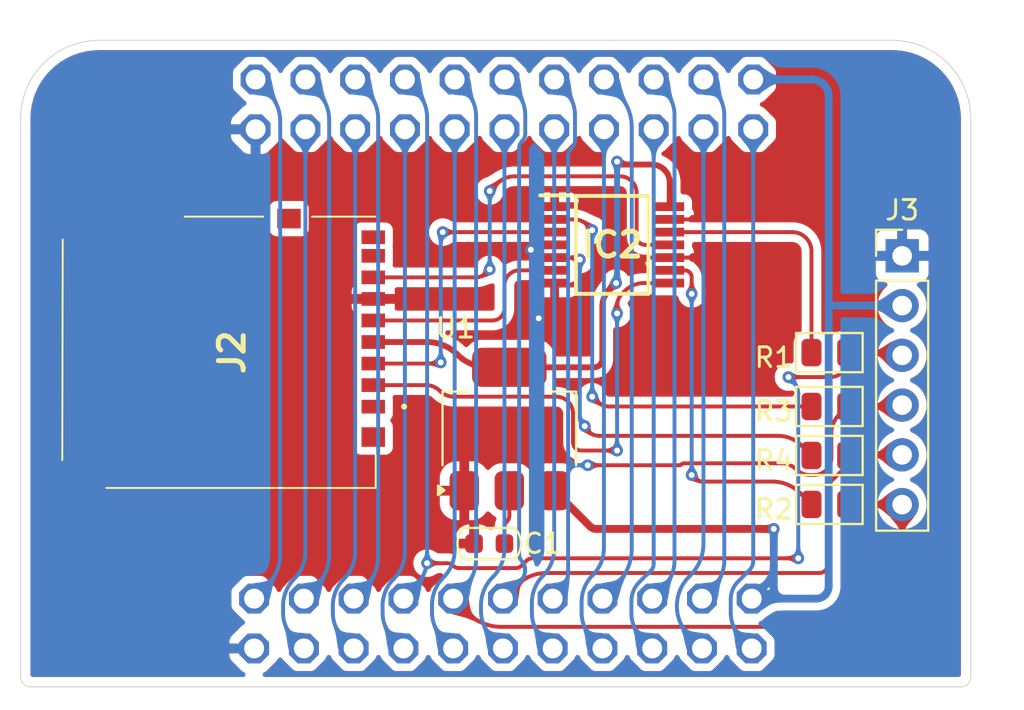
<source format=kicad_pcb>
(kicad_pcb (version 20240108) (generator "pcbnew") (generator_version "8.0")
  (title_block (title "XPL-32 SD Card Adapter") (rev "V2"))
  (layers (0 "F.Cu" signal) (31 "B.Cu" signal) (34 "B.Paste" user) (35 "F.Paste" user) (36 "B.SilkS" user "B.Silkscreen") (37 "F.SilkS" user "F.Silkscreen") (38 "B.Mask" user) (39 "F.Mask" user) (44 "Edge.Cuts" user))
  (net 0 "")
  (net 9 "Net-(IC2-2A)")
  (net 10 "Net-(IC2-4A)")
  (net 11 "CS_LLS")
  (net 12 "P,+3.3")
  (net 13 "Net-(IC2-3A)")
  (net 14 "Net-(IC2-1A)")
  (net 15 "D0_LLS")
  (net 16 "SCK_LLS")
  (net 17 "DI_LLS")
  (net 18 "MISO")
  (net 19 "CS")
  (net 20 "MOSI")
  (net 21 "SCK")
  (net 22 "GND")
  (net 23 "VCC")
  (net 24 "2")
  (net 25 "14")
  (net 26 "20")
  (net 27 "9")
  (net 28 "16")
  (net 29 "19")
  (net 30 "17")
  (net 31 "15")
  (net 32 "1")
  (net 33 "10")
  (net 34 "3")
  (net 35 "8")
  (net 36 "18")
  (net 37 "21")
  (net 38 "13")
  (net 39 "22")
  (footprint "qer:2X11_90_325" (layer "F.Cu") (at 158.25 85.25)
    (property "Reference" "JP1" (hide yes))
    (property "Value" "~")
  )
  (footprint "PCM_Resistor_SMD_AKL:R_0805_2012Metric" (layer "F.Cu") (at 174.8375 105.75 180)
    (property "Reference" "R3")
    (property "Value" "3.3K" (hide yes))
  )
  (footprint "PCM_Capacitor_SMD_AKL:C_0603_1608Metric" (layer "F.Cu") (at 157.475 112.75 180)
    (property "Reference" "C1")
    (property "Value" "100nF" (hide yes))
  )
  (footprint "PCM_Resistor_SMD_AKL:R_0805_2012Metric" (layer "F.Cu") (at 174.8375 108.25 180)
    (property "Reference" "R4")
    (property "Value" "3.3K" (hide yes))
  )
  (footprint "PCM_Resistor_SMD_AKL:R_0805_2012Metric" (layer "F.Cu") (at 174.8375 103)
    (property "Reference" "R1")
    (property "Value" "3.3K" (hide yes))
  )
  (footprint "DM3AT-SF-PEJM5_40_:DM3ATSFPEJM540" (layer "F.Cu") (at 150.953189 105.76 -90)
    (property "Reference" "J2")
    (property "Value" "DM3AT-SF-PEJM5_40_" (hide yes))
  )
  (footprint "PCM_Resistor_SMD_AKL:R_0805_2012Metric" (layer "F.Cu") (at 174.8375 110.75)
    (property "Reference" "R2")
    (property "Value" "3.3K" (hide yes))
  )
  (footprint "74LVC125APW,112:SOP65P640X110-14N" (layer "F.Cu") (at 163.75 97.5)
    (property "Reference" "IC2")
    (property "Value" "74LVC125APW,112" (hide yes))
  )
  (footprint "Connector_PinHeader_2.54mm:PinHeader_1x06_P2.54mm_Vertical" (layer "F.Cu") (at 178.553189 98.06)
    (property "Reference" "J3")
    (property "Value" "PINHD_1x6_Male")
  )
  (footprint "qer:2X11_90_325" (layer "F.Cu") (at 158.173189 111.75)
    (property "Reference" "JP2" (hide yes))
    (property "Value" "~")
  )
  (footprint "Package_TO_SOT_SMD:SOT-223-3_TabPin2" (layer "F.Cu") (at 158.5 106.9 90)
    (property "Reference" "U1")
    (property "Value" "AMS1117")
  )
  (gr_arc (start 182.053189 119.56) (mid 181.906742 119.913553) (end 181.553189 120.06) (stroke (width 0.05)) (layer "Edge.Cuts"))
  (gr_line (start 182.053189 119.56) (end 182.053189 91.06) (stroke (width 0.05)) (layer "Edge.Cuts"))
  (gr_line (start 137.553189 87.06) (end 178.053189 87.06) (stroke (width 0.05)) (layer "Edge.Cuts"))
  (gr_arc (start 178.053189 87.06) (mid 180.881616 88.231573) (end 182.053189 91.06) (stroke (width 0.05)) (layer "Edge.Cuts"))
  (gr_line (start 133.553189 119.56) (end 133.553189 91.06) (stroke (width 0.05)) (layer "Edge.Cuts"))
  (gr_arc (start 134.053189 120.06) (mid 133.699636 119.913553) (end 133.553189 119.56) (stroke (width 0.05)) (layer "Edge.Cuts"))
  (gr_arc (start 133.553189 91.06) (mid 134.724762 88.231573) (end 137.553189 87.06) (stroke (width 0.05)) (layer "Edge.Cuts"))
  (gr_line (start 134.053189 120.06) (end 181.553189 120.06) (stroke (width 0.05)) (layer "Edge.Cuts"))
  (segment (start 173.425 107.75) (end 173.925 108.25) (width 0.2) (layer "F.Cu") (net 9))
  (segment (start 161.929289 98.15) (end 160.812 98.15) (width 0.2) (layer "F.Cu") (net 9))
  (segment (start 162.5 107) (end 162.285355 106.785355) (width 0.2) (layer "F.Cu") (net 9))
  (segment (start 162.35 106.75) (end 162.3 106.75) (width 0.2) (layer "F.Cu") (net 9))
  (segment (start 162.1 98.25) (end 162.05 98.2) (width 0.2) (layer "F.Cu") (net 9))
  (segment (start 163.103553 107.25) (end 172.217893 107.25) (width 0.2) (layer "F.Cu") (net 9))
  (via (at 162.35 106.75) (size 0.6) (drill 0.3) (layers "F.Cu" "B.Cu") (net 9))
  (via (at 162.1 98.25) (size 0.6) (drill 0.3) (layers "F.Cu" "B.Cu") (net 9))
  (arc (start 162.5 107) (mid 162.776912 107.185027) (end 163.103553 107.25) (width 0.2) (layer "F.Cu") (net 9))
  (arc (start 162.05 98.2) (mid 161.994617 98.162994) (end 161.929289 98.15) (width 0.2) (layer "F.Cu") (net 9))
  (arc (start 173.425 107.75) (mid 172.871174 107.379945) (end 172.217893 107.25) (width 0.2) (layer "F.Cu") (net 9))
  (arc (start 162.3 106.75) (mid 162.280865 106.762784) (end 162.285355 106.785355) (width 0.2) (layer "F.Cu") (net 9))
  (segment (start 162.1 98.25) (end 162.1 106.323223) (width 0.2) (layer "B.Cu") (net 9))
  (segment (start 162.35 106.75) (end 162.225 106.625) (width 0.2) (layer "B.Cu") (net 9))
  (arc (start 162.1 106.323223) (mid 162.132486 106.486543) (end 162.225 106.625) (width 0.2) (layer "B.Cu") (net 9))
  (segment (start 173.925 97.831586) (end 173.925 103) (width 0.2) (layer "F.Cu") (net 10))
  (segment (start 172.943413 96.85) (end 166.688 96.85) (width 0.2) (layer "F.Cu") (net 10))
  (arc (start 173.6375 97.1375) (mid 173.850281 97.455949) (end 173.925 97.831586) (width 0.2) (layer "F.Cu") (net 10))
  (arc (start 173.6375 97.1375) (mid 173.31905 96.924718) (end 172.943413 96.85) (width 0.2) (layer "F.Cu") (net 10))
  (segment (start 162.176776 108) (end 164 108) (width 0.2) (layer "F.Cu") (net 11))
  (segment (start 165.365685 99.45) (end 166.688 99.45) (width 0.2) (layer "F.Cu") (net 11))
  (segment (start 154.242806 104.66) (end 151.553189 104.66) (width 0.2) (layer "F.Cu") (net 11))
  (segment (start 155.667193 105.25) (end 160.896446 105.25) (width 0.2) (layer "F.Cu") (net 11))
  (segment (start 164.265165 99.984834) (end 164.4 99.85) (width 0.2) (layer "F.Cu") (net 11))
  (segment (start 164 100.625) (end 164 101) (width 0.2) (layer "F.Cu") (net 11))
  (segment (start 161.75 107.573223) (end 161.75 106.103553) (width 0.2) (layer "F.Cu") (net 11))
  (via (at 164 108) (size 0.6) (drill 0.3) (layers "F.Cu" "B.Cu") (net 11))
  (via (at 164 101) (size 0.6) (drill 0.3) (layers "F.Cu" "B.Cu") (net 11))
  (arc (start 161.5 105.5) (mid 161.685027 105.776912) (end 161.75 106.103553) (width 0.2) (layer "F.Cu") (net 11))
  (arc (start 161.5 105.5) (mid 161.223087 105.314972) (end 160.896446 105.25) (width 0.2) (layer "F.Cu") (net 11))
  (arc (start 161.75 107.573223) (mid 161.782486 107.736543) (end 161.875 107.875) (width 0.2) (layer "F.Cu") (net 11))
  (arc (start 165.365685 99.45) (mid 164.84306 99.553956) (end 164.4 99.85) (width 0.2) (layer "F.Cu") (net 11))
  (arc (start 164.265165 99.984834) (mid 164.068914 100.278544) (end 164 100.625) (width 0.2) (layer "F.Cu") (net 11))
  (arc (start 161.875 107.875) (mid 162.013456 107.967513) (end 162.176776 108) (width 0.2) (layer "F.Cu") (net 11))
  (arc (start 154.955 104.955) (mid 154.628242 104.736668) (end 154.242806 104.66) (width 0.2) (layer "F.Cu") (net 11))
  (arc (start 154.955 104.955) (mid 155.281756 105.173331) (end 155.667193 105.25) (width 0.2) (layer "F.Cu") (net 11))
  (segment (start 164 108) (end 164 101) (width 0.2) (layer "B.Cu") (net 11))
  (segment (start 164.256066 93.4) (end 165.769576 93.4) (width 0.3) (layer "F.Cu") (net 12))
  (segment (start 162.823223 103.75) (end 158.5 103.75) (width 0.3) (layer "F.Cu") (net 12))
  (segment (start 166.688 94.318423) (end 166.688 95.55) (width 0.3) (layer "F.Cu") (net 12))
  (segment (start 163.25 100.646964) (end 163.25 103.323223) (width 0.3) (layer "F.Cu") (net 12))
  (segment (start 154.297832 102.46) (end 151.553189 102.46) (width 0.3) (layer "F.Cu") (net 12))
  (segment (start 163.950735 99.450735) (end 163.600367 99.801102) (width 0.3) (layer "F.Cu") (net 12))
  (segment (start 157.412167 103.75) (end 158.5 103.75) (width 0.3) (layer "F.Cu") (net 12))
  (segment (start 158.5 111.323223) (end 158.5 110.05) (width 0.2) (layer "F.Cu") (net 12))
  (segment (start 158.25 111.926776) (end 158.25 112.75) (width 0.2) (layer "F.Cu") (net 12))
  (segment (start 164.075 93.325) (end 164 93.25) (width 0.2) (layer "F.Cu") (net 12))
  (via (at 164 93.25) (size 0.6) (drill 0.3) (layers "F.Cu" "B.Cu") (net 12))
  (via (at 163.950735 99.450735) (size 0.6) (drill 0.3) (layers "F.Cu" "B.Cu") (net 12))
  (arc (start 164.075 93.325) (mid 164.158073 93.380508) (end 164.256066 93.4) (width 0.2) (layer "F.Cu") (net 12))
  (arc (start 163.125 103.625) (mid 162.986543 103.717513) (end 162.823223 103.75) (width 0.3) (layer "F.Cu") (net 12))
  (arc (start 166.419 93.669) (mid 166.121041 93.46991) (end 165.769576 93.4) (width 0.3) (layer "F.Cu") (net 12))
  (arc (start 163.600367 99.801102) (mid 163.341057 100.189187) (end 163.25 100.646964) (width 0.3) (layer "F.Cu") (net 12))
  (arc (start 158.375 111.625) (mid 158.282486 111.763456) (end 158.25 111.926776) (width 0.2) (layer "F.Cu") (net 12))
  (arc (start 163.25 103.323223) (mid 163.217513 103.486543) (end 163.125 103.625) (width 0.3) (layer "F.Cu") (net 12))
  (arc (start 158.5 111.323223) (mid 158.467513 111.486543) (end 158.375 111.625) (width 0.2) (layer "F.Cu") (net 12))
  (arc (start 166.419 93.669) (mid 166.618089 93.966957) (end 166.688 94.318423) (width 0.3) (layer "F.Cu") (net 12))
  (arc (start 155.855 103.105) (mid 156.569434 103.582369) (end 157.412167 103.75) (width 0.3) (layer "F.Cu") (net 12))
  (arc (start 155.855 103.105) (mid 155.140565 102.62763) (end 154.297832 102.46) (width 0.3) (layer "F.Cu") (net 12))
  (segment (start 164 99.366634) (end 164 93.25) (width 0.3) (layer "B.Cu") (net 12))
  (segment (start 163.975367 99.426102) (end 163.950735 99.450735) (width 0.2) (layer "B.Cu") (net 12))
  (arc (start 164 99.366634) (mid 163.993598 99.398818) (end 163.975367 99.426102) (width 0.3) (layer "B.Cu") (net 12))
  (segment (start 173.3425 110.1675) (end 173.925 110.75) (width 0.2) (layer "F.Cu") (net 13))
  (segment (start 168.380868 109.585) (end 171.93622 109.585) (width 0.2) (layer "F.Cu") (net 13))
  (segment (start 167.808988 99.155911) (end 167.808988 100) (width 0.2) (layer "F.Cu") (net 13))
  (segment (start 167.808988 109.25) (end 167.976488 109.4175) (width 0.2) (layer "F.Cu") (net 13))
  (segment (start 167.453076 98.8) (end 166.688 98.8) (width 0.2) (layer "F.Cu") (net 13))
  (via (at 167.808988 100) (size 0.6) (drill 0.3) (layers "F.Cu" "B.Cu") (net 13))
  (via (at 167.808988 109.25) (size 0.6) (drill 0.3) (layers "F.Cu" "B.Cu") (net 13))
  (arc (start 167.976488 109.4175) (mid 168.162019 109.541468) (end 168.380868 109.585) (width 0.2) (layer "F.Cu") (net 13))
  (arc (start 167.704744 98.904244) (mid 167.589277 98.827092) (end 167.453076 98.8) (width 0.2) (layer "F.Cu") (net 13))
  (arc (start 173.3425 110.1675) (mid 172.697293 109.736386) (end 171.93622 109.585) (width 0.2) (layer "F.Cu") (net 13))
  (arc (start 167.704744 98.904244) (mid 167.781895 99.019709) (end 167.808988 99.155911) (width 0.2) (layer "F.Cu") (net 13))
  (segment (start 167.808988 109.25) (end 167.808988 100) (width 0.2) (layer "B.Cu") (net 13))
  (segment (start 161.811091 96.2) (end 160.812 96.2) (width 0.2) (layer "F.Cu") (net 14))
  (segment (start 162.475 96.475) (end 162.742928 96.742928) (width 0.2) (layer "F.Cu") (net 14))
  (segment (start 163.603553 105.75) (end 173.925 105.75) (width 0.2) (layer "F.Cu") (net 14))
  (segment (start 162.73 96.75) (end 162.74 96.75) (width 0.2) (layer "F.Cu") (net 14))
  (segment (start 163 105.5) (end 162.75 105.25) (width 0.2) (layer "F.Cu") (net 14))
  (via (at 162.73 105.25) (size 0.6) (drill 0.3) (layers "F.Cu" "B.Cu") (net 14))
  (via (at 162.73 96.75) (size 0.6) (drill 0.3) (layers "F.Cu" "B.Cu") (net 14))
  (arc (start 162.475 96.475) (mid 162.170396 96.27147) (end 161.811091 96.2) (width 0.2) (layer "F.Cu") (net 14))
  (arc (start 162.742928 96.742928) (mid 162.743826 96.747442) (end 162.74 96.75) (width 0.2) (layer "F.Cu") (net 14))
  (arc (start 163 105.5) (mid 163.276912 105.685027) (end 163.603553 105.75) (width 0.2) (layer "F.Cu") (net 14))
  (segment (start 162.73 105.25) (end 162.73 96.75) (width 0.2) (layer "B.Cu") (net 14))
  (segment (start 165.426776 97.5) (end 166.688 97.5) (width 0.2) (layer "F.Cu") (net 15))
  (segment (start 157.875 94.375) (end 157.5 94.75) (width 0.2) (layer "F.Cu") (net 15))
  (segment (start 165 94.853553) (end 165 97.073223) (width 0.2) (layer "F.Cu") (net 15))
  (segment (start 157.5 98.75) (end 157.295 98.955) (width 0.2) (layer "F.Cu") (net 15))
  (segment (start 164.146446 94) (end 158.78033 94) (width 0.2) (layer "F.Cu") (net 15))
  (segment (start 156.800086 99.16) (end 151.553189 99.16) (width 0.2) (layer "F.Cu") (net 15))
  (via (at 157.5 94.75) (size 0.6) (drill 0.3) (layers "F.Cu" "B.Cu") (net 15))
  (via (at 157.5 98.75) (size 0.6) (drill 0.3) (layers "F.Cu" "B.Cu") (net 15))
  (arc (start 164.75 94.25) (mid 164.473087 94.064972) (end 164.146446 94) (width 0.2) (layer "F.Cu") (net 15))
  (arc (start 158.78033 94) (mid 158.290368 94.097459) (end 157.875 94.375) (width 0.2) (layer "F.Cu") (net 15))
  (arc (start 165 97.073223) (mid 165.032486 97.236543) (end 165.125 97.375) (width 0.2) (layer "F.Cu") (net 15))
  (arc (start 157.295 98.955) (mid 157.067931 99.106722) (end 156.800086 99.16) (width 0.2) (layer "F.Cu") (net 15))
  (arc (start 164.75 94.25) (mid 164.935027 94.526912) (end 165 94.853553) (width 0.2) (layer "F.Cu") (net 15))
  (arc (start 165.125 97.375) (mid 165.263456 97.467513) (end 165.426776 97.5) (width 0.2) (layer "F.Cu") (net 15))
  (segment (start 157.5 98.75) (end 157.5 94.75) (width 0.2) (layer "B.Cu") (net 15))
  (segment (start 159.018198 98.8) (end 160.812 98.8) (width 0.2) (layer "F.Cu") (net 16))
  (segment (start 158.25 100.745441) (end 158.25 99.568198) (width 0.2) (layer "F.Cu") (net 16))
  (segment (start 157.635441 101.36) (end 151.553189 101.36) (width 0.2) (layer "F.Cu") (net 16))
  (arc (start 159.018198 98.8) (mid 158.724221 98.858475) (end 158.475 99.025) (width 0.2) (layer "F.Cu") (net 16))
  (arc (start 158.25 100.745441) (mid 158.203219 100.980622) (end 158.07 101.18) (width 0.2) (layer "F.Cu") (net 16))
  (arc (start 158.07 101.18) (mid 157.870622 101.313219) (end 157.635441 101.36) (width 0.2) (layer "F.Cu") (net 16))
  (arc (start 158.475 99.025) (mid 158.308475 99.274221) (end 158.25 99.568198) (width 0.2) (layer "F.Cu") (net 16))
  (segment (start 155 103.5) (end 154.97 103.53) (width 0.2) (layer "F.Cu") (net 17))
  (segment (start 155.1 96.85) (end 160.812 96.85) (width 0.2) (layer "F.Cu") (net 17))
  (segment (start 154.897573 103.56) (end 151.553189 103.56) (width 0.2) (layer "F.Cu") (net 17))
  (via (at 155 103.5) (size 0.6) (drill 0.3) (layers "F.Cu" "B.Cu") (net 17))
  (via (at 155.1 96.85) (size 0.6) (drill 0.3) (layers "F.Cu" "B.Cu") (net 17))
  (arc (start 154.97 103.53) (mid 154.93677 103.552203) (end 154.897573 103.56) (width 0.2) (layer "F.Cu") (net 17))
  (segment (start 155.1 96.85) (end 155.05 96.9) (width 0.2) (layer "B.Cu") (net 17))
  (segment (start 155 103.5) (end 155 97.02071) (width 0.2) (layer "B.Cu") (net 17))
  (arc (start 155.05 96.9) (mid 155.012994 96.955382) (end 155 97.02071) (width 0.2) (layer "B.Cu") (net 17))
  (segment (start 155.926776 114) (end 158.25 114) (width 0.2) (layer "F.Cu") (net 18))
  (segment (start 174.896446 104.25) (end 172.75 104.25) (width 0.2) (layer "F.Cu") (net 18))
  (segment (start 178.314194 103) (end 176.125 103) (width 0.2) (layer "F.Cu") (net 18))
  (segment (start 158.823223 114) (end 158.75 114) (width 0.2) (layer "F.Cu") (net 18))
  (segment (start 154.303189 113.75) (end 155.323223 113.75) (width 0.2) (layer "F.Cu") (net 18))
  (segment (start 159.375 113.625) (end 159.125 113.875) (width 0.2) (layer "F.Cu") (net 18))
  (segment (start 159.676776 113.5) (end 173.25 113.5) (width 0.2) (layer "F.Cu") (net 18))
  (segment (start 158.75 114) (end 158.25 114) (width 0.2) (layer "F.Cu") (net 18))
  (segment (start 178.483189 103.07) (end 178.553189 103.14) (width 0.2) (layer "F.Cu") (net 18))
  (segment (start 175.75 103.375) (end 175.75 103.396446) (width 0.2) (layer "F.Cu") (net 18))
  (via (at 173.25 113.5) (size 0.6) (drill 0.3) (layers "F.Cu" "B.Cu") (net 18))
  (via (at 154.303189 113.75) (size 0.6) (drill 0.3) (layers "F.Cu" "B.Cu") (net 18))
  (via (at 172.75 104.25) (size 0.6) (drill 0.3) (layers "F.Cu" "B.Cu") (net 18))
  (arc (start 155.625 113.875) (mid 155.486543 113.782486) (end 155.323223 113.75) (width 0.2) (layer "F.Cu") (net 18))
  (arc (start 155.625 113.875) (mid 155.763456 113.967513) (end 155.926776 114) (width 0.2) (layer "F.Cu") (net 18))
  (arc (start 178.483189 103.07) (mid 178.405653 103.018192) (end 178.314194 103) (width 0.2) (layer "F.Cu") (net 18))
  (arc (start 175.75 103.396446) (mid 175.685027 103.723087) (end 175.5 104) (width 0.2) (layer "F.Cu") (net 18))
  (arc (start 159.125 113.875) (mid 158.986543 113.967513) (end 158.823223 114) (width 0.2) (layer "F.Cu") (net 18))
  (arc (start 159.676776 113.5) (mid 159.513456 113.532486) (end 159.375 113.625) (width 0.2) (layer "F.Cu") (net 18))
  (arc (start 176.125 103) (mid 175.859834 103.109834) (end 175.75 103.375) (width 0.2) (layer "F.Cu") (net 18))
  (arc (start 175.5 104) (mid 175.223087 104.185027) (end 174.896446 104.25) (width 0.2) (layer "F.Cu") (net 18))
  (segment (start 153.736594 89.626594) (end 153.17 89.06) (width 0.2) (layer "B.Cu") (net 18))
  (segment (start 173 104.5) (end 172.75 104.25) (width 0.2) (layer "B.Cu") (net 18))
  (segment (start 153.698189 114.955) (end 153.093189 115.56) (width 0.2) (layer "B.Cu") (net 18))
  (segment (start 173.25 113.5) (end 173.25 105.103553) (width 0.2) (layer "B.Cu") (net 18))
  (segment (start 154.303189 90.994474) (end 154.303189 113.4944) (width 0.2) (layer "B.Cu") (net 18))
  (arc (start 173 104.5) (mid 173.185027 104.776912) (end 173.25 105.103553) (width 0.2) (layer "B.Cu") (net 18))
  (arc (start 154.303189 113.4944) (mid 154.145954 114.284871) (end 153.698189 114.955) (width 0.2) (layer "B.Cu") (net 18))
  (arc (start 153.736594 89.626594) (mid 154.155935 90.254182) (end 154.303189 90.994474) (width 0.2) (layer "B.Cu") (net 18))
  (segment (start 178.553189 110.767071) (end 178.553189 115.62887) (width 0.2) (layer "F.Cu") (net 19))
  (segment (start 178.536117 110.75) (end 175.75 110.75) (width 0.2) (layer "F.Cu") (net 19))
  (segment (start 158.091422 117) (end 177.182059 117) (width 0.2) (layer "F.Cu") (net 19))
  (segment (start 156.353189 116.28) (end 155.633189 115.56) (width 0.2) (layer "F.Cu") (net 19))
  (arc (start 178.553189 115.62887) (mid 178.448817 116.153578) (end 178.151594 116.598405) (width 0.2) (layer "F.Cu") (net 19))
  (arc (start 156.353189 116.28) (mid 157.150697 116.812878) (end 158.091422 117) (width 0.2) (layer "F.Cu") (net 19))
  (arc (start 178.548189 110.755) (mid 178.551889 110.760538) (end 178.553189 110.767071) (width 0.2) (layer "F.Cu") (net 19))
  (arc (start 178.548189 110.755) (mid 178.54265 110.751299) (end 178.536117 110.75) (width 0.2) (layer "F.Cu") (net 19))
  (arc (start 178.151594 116.598405) (mid 177.706767 116.895628) (end 177.182059 117) (width 0.2) (layer "F.Cu") (net 19))
  (segment (start 156.218189 114.975) (end 155.633189 115.56) (width 0.2) (layer "B.Cu") (net 19))
  (segment (start 156.256594 89.606594) (end 155.71 89.06) (width 0.2) (layer "B.Cu") (net 19))
  (segment (start 156.803189 113.562685) (end 156.803189 90.92619) (width 0.2) (layer "B.Cu") (net 19))
  (arc (start 156.256594 89.606594) (mid 156.661133 90.21203) (end 156.803189 90.92619) (width 0.2) (layer "B.Cu") (net 19))
  (arc (start 156.803189 113.562685) (mid 156.651152 114.327024) (end 156.218189 114.975) (width 0.2) (layer "B.Cu") (net 19))
  (segment (start 174.9375 107.137024) (end 174.9375 108.370402) (width 0.2) (layer "F.Cu") (net 20))
  (segment (start 174.057902 109.25) (end 173.85202 109.25) (width 0.2) (layer "F.Cu") (net 20))
  (segment (start 172.403491 108.65) (end 167.42071 108.65) (width 0.2) (layer "F.Cu") (net 20))
  (segment (start 178.518189 105.715) (end 178.553189 105.68) (width 0.2) (layer "F.Cu") (net 20))
  (segment (start 178.433691 105.75) (end 175.75 105.75) (width 0.2) (layer "F.Cu") (net 20))
  (segment (start 175.34375 106.15625) (end 175.75 105.75) (width 0.2) (layer "F.Cu") (net 20))
  (segment (start 167.179289 108.75) (end 162.5 108.75) (width 0.2) (layer "F.Cu") (net 20))
  (via (at 162.5 108.75) (size 0.6) (drill 0.3) (layers "F.Cu" "B.Cu") (net 20))
  (arc (start 174.679872 108.992372) (mid 174.394509 109.183044) (end 174.057902 109.25) (width 0.2) (layer "F.Cu") (net 20))
  (arc (start 173.127756 108.95) (mid 173.460051 109.172032) (end 173.85202 109.25) (width 0.2) (layer "F.Cu") (net 20))
  (arc (start 174.9375 108.370402) (mid 174.870544 108.707009) (end 174.679872 108.992372) (width 0.2) (layer "F.Cu") (net 20))
  (arc (start 167.42071 108.65) (mid 167.355382 108.662994) (end 167.3 108.7) (width 0.2) (layer "F.Cu") (net 20))
  (arc (start 178.518189 105.715) (mid 178.479421 105.740903) (end 178.433691 105.75) (width 0.2) (layer "F.Cu") (net 20))
  (arc (start 167.3 108.7) (mid 167.244617 108.737005) (end 167.179289 108.75) (width 0.2) (layer "F.Cu") (net 20))
  (arc (start 175.34375 106.15625) (mid 175.04308 106.606232) (end 174.9375 107.137024) (width 0.2) (layer "F.Cu") (net 20))
  (arc (start 173.127756 108.95) (mid 172.79546 108.727967) (end 172.403491 108.65) (width 0.2) (layer "F.Cu") (net 20))
  (segment (start 161.106594 115.166594) (end 160.713189 115.56) (width 0.2) (layer "B.Cu") (net 20))
  (segment (start 161.5 109.25) (end 161.5 108.25) (width 0.2) (layer "B.Cu") (net 20))
  (segment (start 161.5 108.25) (end 161.5 92.998901) (width 0.2) (layer "B.Cu") (net 20))
  (segment (start 162.5 108.75) (end 162 108.75) (width 0.2) (layer "B.Cu") (net 20))
  (segment (start 161.321 89.591) (end 160.79 89.06) (width 0.2) (layer "B.Cu") (net 20))
  (segment (start 161.852 90.872947) (end 161.852 92.149098) (width 0.2) (layer "B.Cu") (net 20))
  (segment (start 161.5 114.216829) (end 161.5 109.25) (width 0.2) (layer "B.Cu") (net 20))
  (arc (start 161.5 114.216829) (mid 161.397757 114.730838) (end 161.106594 115.166594) (width 0.2) (layer "B.Cu") (net 20))
  (arc (start 161.321 89.591) (mid 161.713997 90.179162) (end 161.852 90.872947) (width 0.2) (layer "B.Cu") (net 20))
  (arc (start 161.852 92.149098) (mid 161.806259 92.379053) (end 161.676 92.574) (width 0.2) (layer "B.Cu") (net 20))
  (arc (start 161.676 92.574) (mid 161.54574 92.768946) (end 161.5 92.998901) (width 0.2) (layer "B.Cu") (net 20))
  (arc (start 162 108.75) (mid 161.646446 108.896446) (end 161.5 109.25) (width 0.2) (layer "B.Cu") (net 20))
  (arc (start 161.5 108.25) (mid 161.646446 108.603553) (end 162 108.75) (width 0.2) (layer "B.Cu") (net 20))
  (segment (start 174.75 113.823223) (end 174.75 109.926776) (width 0.2) (layer "F.Cu") (net 21))
  (segment (start 160.409498 114.25) (end 174.323223 114.25) (width 0.2) (layer "F.Cu") (net 21))
  (segment (start 158.828189 114.905) (end 158.173189 115.56) (width 0.2) (layer "F.Cu") (net 21))
  (segment (start 175.75 108.25) (end 175.978786 108.25) (width 0.2) (layer "F.Cu") (net 21))
  (segment (start 176.051213 108.22) (end 178.553189 108.22) (width 0.2) (layer "F.Cu") (net 21))
  (segment (start 175.75 108.75) (end 175.75 108.25) (width 0.2) (layer "F.Cu") (net 21))
  (segment (start 174.875 109.625) (end 175.75 108.75) (width 0.2) (layer "F.Cu") (net 21))
  (arc (start 174.75 113.823223) (mid 174.717513 113.986543) (end 174.625 114.125) (width 0.2) (layer "F.Cu") (net 21))
  (arc (start 176.015 108.235) (mid 176.031614 108.223898) (end 176.051213 108.22) (width 0.2) (layer "F.Cu") (net 21))
  (arc (start 174.625 114.125) (mid 174.486543 114.217513) (end 174.323223 114.25) (width 0.2) (layer "F.Cu") (net 21))
  (arc (start 174.875 109.625) (mid 174.782486 109.763456) (end 174.75 109.926776) (width 0.2) (layer "F.Cu") (net 21))
  (arc (start 175.978786 108.25) (mid 175.998385 108.246101) (end 176.015 108.235) (width 0.2) (layer "F.Cu") (net 21))
  (arc (start 160.409498 114.25) (mid 159.553699 114.420228) (end 158.828189 114.905) (width 0.2) (layer "F.Cu") (net 21))
  (segment (start 159.312 90.872947) (end 159.312 91.819278) (width 0.2) (layer "B.Cu") (net 21))
  (segment (start 159 92.572513) (end 159 113.292424) (width 0.2) (layer "B.Cu") (net 21))
  (segment (start 159.083985 114.649203) (end 158.173189 115.56) (width 0.2) (layer "B.Cu") (net 21))
  (segment (start 158.781 89.591) (end 158.25 89.06) (width 0.2) (layer "B.Cu") (net 21))
  (segment (start 159.303189 114.12) (end 159.303189 114.024386) (width 0.2) (layer "B.Cu") (net 21))
  (arc (start 159 113.292424) (mid 159.039397 113.490491) (end 159.151594 113.658405) (width 0.2) (layer "B.Cu") (net 21))
  (arc (start 159.303189 114.12) (mid 159.246219 114.406402) (end 159.083985 114.649203) (width 0.2) (layer "B.Cu") (net 21))
  (arc (start 159.312 91.819278) (mid 159.271456 92.023102) (end 159.156 92.195896) (width 0.2) (layer "B.Cu") (net 21))
  (arc (start 159.151594 113.658405) (mid 159.26379 113.826318) (end 159.303189 114.024386) (width 0.2) (layer "B.Cu") (net 21))
  (arc (start 158.781 89.591) (mid 159.173997 90.179162) (end 159.312 90.872947) (width 0.2) (layer "B.Cu") (net 21))
  (arc (start 159.156 92.195896) (mid 159.040543 92.368689) (end 159 92.572513) (width 0.2) (layer "B.Cu") (net 21))
  (segment (start 160 101.25) (end 160.706159 101.25) (width 0.2) (layer "F.Cu") (net 22))
  (segment (start 166.688 96.2) (end 173.95 96.2) (width 0.2) (layer "F.Cu") (net 22))
  (segment (start 165.17071 98.15) (end 166.688 98.15) (width 0.2) (layer "F.Cu") (net 22))
  (segment (start 166.688 98.15) (end 167.85 98.15) (width 0.2) (layer "F.Cu") (net 22))
  (segment (start 159.725 97.625) (end 159.6 97.75) (width 0.2) (layer "F.Cu") (net 22))
  (segment (start 164 95.891421) (end 164 97.396446) (width 0.2) (layer "F.Cu") (net 22))
  (segment (start 164.323223 98.073223) (end 164.25 98) (width 0.2) (layer "F.Cu") (net 22))
  (segment (start 164.75 98.25) (end 164.929289 98.25) (width 0.2) (layer "F.Cu") (net 22))
  (segment (start 163.658578 95.55) (end 160.812 95.55) (width 0.2) (layer "F.Cu") (net 22))
  (segment (start 160.026776 97.5) (end 160.812 97.5) (width 0.2) (layer "F.Cu") (net 22))
  (segment (start 160.812 101.144159) (end 160.812 99.45) (width 0.2) (layer "F.Cu") (net 22))
  (via (at 160 101.25) (size 0.6) (drill 0.3) (layers "F.Cu" "B.Cu") (net 22))
  (via (at 159.6 97.75) (size 0.6) (drill 0.3) (layers "F.Cu" "B.Cu") (net 22))
  (arc (start 163.9 95.65) (mid 163.789234 95.575989) (end 163.658578 95.55) (width 0.2) (layer "F.Cu") (net 22))
  (arc (start 165.17071 98.15) (mid 165.105382 98.162994) (end 165.05 98.2) (width 0.2) (layer "F.Cu") (net 22))
  (arc (start 164 97.396446) (mid 164.064972 97.723087) (end 164.25 98) (width 0.2) (layer "F.Cu") (net 22))
  (arc (start 160.026776 97.5) (mid 159.863456 97.532486) (end 159.725 97.625) (width 0.2) (layer "F.Cu") (net 22))
  (arc (start 160.781 101.219) (mid 160.746662 101.241943) (end 160.706159 101.25) (width 0.2) (layer "F.Cu") (net 22))
  (arc (start 165.05 98.2) (mid 164.994617 98.237005) (end 164.929289 98.25) (width 0.2) (layer "F.Cu") (net 22))
  (arc (start 160.812 101.144159) (mid 160.803943 101.184662) (end 160.781 101.219) (width 0.2) (layer "F.Cu") (net 22))
  (arc (start 163.9 95.65) (mid 163.97401 95.760764) (end 164 95.891421) (width 0.2) (layer "F.Cu") (net 22))
  (arc (start 164.323223 98.073223) (mid 164.51903 98.204057) (end 164.75 98.25) (width 0.2) (layer "F.Cu") (net 22))
  (segment (start 160 98.432842) (end 160 101.25) (width 0.2) (layer "B.Cu") (net 22))
  (segment (start 159.8 97.95) (end 159.6 97.75) (width 0.2) (layer "B.Cu") (net 22))
  (arc (start 159.8 97.95) (mid 159.948021 98.171529) (end 160 98.432842) (width 0.2) (layer "B.Cu") (net 22))
  (segment (start 162.375 111.625) (end 160.8 110.05) (width 0.4) (layer "F.Cu") (net 23))
  (segment (start 162.375 111.625) (end 162.625 111.875) (width 0.4) (layer "F.Cu") (net 23))
  (segment (start 172 112) (end 162.926776 112) (width 0.4) (layer "F.Cu") (net 23))
  (via (at 172 112) (size 0.6) (drill 0.3) (layers "F.Cu" "B.Cu") (net 23))
  (arc (start 162.625 111.875) (mid 162.763456 111.967513) (end 162.926776 112) (width 0.4) (layer "F.Cu") (net 23))
  (segment (start 171.271576 115.161611) (end 171.601612 114.831576) (width 0.4) (layer "B.Cu") (net 23))
  (segment (start 174.803189 100.588284) (end 174.803189 114.919834) (width 0.4) (layer "B.Cu") (net 23))
  (segment (start 172 113.869783) (end 172 114.996594) (width 0.4) (layer "B.Cu") (net 23))
  (segment (start 172.563405 115.56) (end 171.436594 115.56) (width 0.4) (layer "B.Cu") (net 23))
  (segment (start 174.803189 100.588284) (end 174.803189 100.531715) (width 0.4) (layer "B.Cu") (net 23))
  (segment (start 174.163023 115.56) (end 172.563405 115.56) (width 0.4) (layer "B.Cu") (net 23))
  (segment (start 172 112) (end 172 113.869783) (width 0.4) (layer "B.Cu") (net 23))
  (segment (start 174.803189 100.531715) (end 174.803189 89.913553) (width 0.4) (layer "B.Cu") (net 23))
  (segment (start 173.949635 89.06) (end 170.95 89.06) (width 0.4) (layer "B.Cu") (net 23))
  (segment (start 174.871473 100.6) (end 178.553189 100.6) (width 0.4) (layer "B.Cu") (net 23))
  (arc (start 171.601612 114.831576) (mid 171.896462 114.390301) (end 172 113.869783) (width 0.4) (layer "B.Cu") (net 23))
  (arc (start 174.823189 100.58) (mid 174.845341 100.594802) (end 174.871473 100.6) (width 0.4) (layer "B.Cu") (net 23))
  (arc (start 174.615689 115.3725) (mid 174.408004 115.51127) (end 174.163023 115.56) (width 0.4) (layer "B.Cu") (net 23))
  (arc (start 174.553189 89.31) (mid 174.738216 89.586912) (end 174.803189 89.913553) (width 0.4) (layer "B.Cu") (net 23))
  (arc (start 172 114.996594) (mid 172.165017 115.394982) (end 172.563405 115.56) (width 0.4) (layer "B.Cu") (net 23))
  (arc (start 172 114.996594) (mid 171.855936 114.780988) (end 171.601612 114.831576) (width 0.4) (layer "B.Cu") (net 23))
  (arc (start 174.803189 114.919834) (mid 174.754459 115.164815) (end 174.615689 115.3725) (width 0.4) (layer "B.Cu") (net 23))
  (arc (start 174.553189 89.31) (mid 174.276276 89.124972) (end 173.949635 89.06) (width 0.4) (layer "B.Cu") (net 23))
  (arc (start 171.436594 115.56) (mid 171.834982 115.394982) (end 172 114.996594) (width 0.4) (layer "B.Cu") (net 23))
  (arc (start 174.823189 100.58) (mid 174.810421 100.57746) (end 174.803189 100.588284) (width 0.4) (layer "B.Cu") (net 23))
  (arc (start 171.271576 115.161611) (mid 171.220987 115.415936) (end 171.436594 115.56) (width 0.4) (layer "B.Cu") (net 23))
  (arc (start 174.803189 100.531715) (mid 174.808386 100.557846) (end 174.823189 100.58) (width 0.4) (layer "B.Cu") (net 23))
  (segment (start 148.658189 114.915) (end 148.013189 115.56) (width 0.2) (layer "B.Cu") (net 24))
  (segment (start 148.696594 89.666594) (end 148.09 89.06) (width 0.2) (layer "B.Cu") (net 24))
  (segment (start 149.303189 91.131043) (end 149.303189 113.357832) (width 0.2) (layer "B.Cu") (net 24))
  (arc (start 148.696594 89.666594) (mid 149.14554 90.338489) (end 149.303189 91.131043) (width 0.2) (layer "B.Cu") (net 24))
  (arc (start 149.303189 113.357832) (mid 149.135558 114.200565) (end 148.658189 114.915) (width 0.2) (layer "B.Cu") (net 24))
  (segment (start 150.63 113.176032) (end 150.63 91.6) (width 0.2) (layer "B.Cu") (net 25))
  (segment (start 150.022189 117.569) (end 150.553189 118.1) (width 0.2) (layer "B.Cu") (net 25))
  (segment (start 149.491189 115.925364) (end 149.491189 116.287052) (width 0.2) (layer "B.Cu") (net 25))
  (arc (start 149.491189 116.287052) (mid 149.629191 116.980837) (end 150.022189 117.569) (width 0.2) (layer "B.Cu") (net 25))
  (arc (start 150.63 113.176032) (mid 150.482016 113.919996) (end 150.060594 114.550698) (width 0.2) (layer "B.Cu") (net 25))
  (arc (start 150.060594 114.550698) (mid 149.639172 115.1814) (end 149.491189 115.925364) (width 0.2) (layer "B.Cu") (net 25))
  (segment (start 165.711594 114.151594) (end 165.557394 114.305794) (width 0.2) (layer "B.Cu") (net 26))
  (segment (start 164.731189 116.287052) (end 164.731189 115.692934) (width 0.2) (layer "B.Cu") (net 26))
  (segment (start 165.13624 114.715051) (end 165.537087 114.314205) (width 0.2) (layer "B.Cu") (net 26))
  (segment (start 165.262189 117.569) (end 165.793189 118.1) (width 0.2) (layer "B.Cu") (net 26))
  (segment (start 165.87 113.769169) (end 165.87 91.6) (width 0.2) (layer "B.Cu") (net 26))
  (arc (start 165.13624 114.715051) (mid 164.836458 115.163707) (end 164.731189 115.692934) (width 0.2) (layer "B.Cu") (net 26))
  (arc (start 164.731189 116.287052) (mid 164.869191 116.980837) (end 165.262189 117.569) (width 0.2) (layer "B.Cu") (net 26))
  (arc (start 165.87 113.769169) (mid 165.828831 113.976136) (end 165.711594 114.151594) (width 0.2) (layer "B.Cu") (net 26))
  (arc (start 165.557394 114.305794) (mid 165.552736 114.308906) (end 165.547241 114.31) (width 0.2) (layer "B.Cu") (net 26))
  (arc (start 165.547241 114.31) (mid 165.541745 114.311092) (end 165.537087 114.314205) (width 0.2) (layer "B.Cu") (net 26))
  (segment (start 166.401 89.591) (end 165.87 89.06) (width 0.2) (layer "B.Cu") (net 27))
  (segment (start 166.932 113.615928) (end 166.932 90.872947) (width 0.2) (layer "B.Cu") (net 27))
  (segment (start 166.362594 114.990594) (end 165.793189 115.56) (width 0.2) (layer "B.Cu") (net 27))
  (arc (start 166.401 89.591) (mid 166.793997 90.179162) (end 166.932 90.872947) (width 0.2) (layer "B.Cu") (net 27))
  (arc (start 166.932 113.615928) (mid 166.784016 114.359892) (end 166.362594 114.990594) (width 0.2) (layer "B.Cu") (net 27))
  (segment (start 155.093189 117.56) (end 155.633189 118.1) (width 0.2) (layer "B.Cu") (net 28))
  (segment (start 154.553189 116.256324) (end 154.553189 115.877988) (width 0.2) (layer "B.Cu") (net 28))
  (segment (start 155.71 113.0852) (end 155.71 91.6) (width 0.2) (layer "B.Cu") (net 28))
  (arc (start 154.553189 116.256324) (mid 154.69353 116.961868) (end 155.093189 117.56) (width 0.2) (layer "B.Cu") (net 28))
  (arc (start 155.131594 114.481594) (mid 154.703511 115.122265) (end 154.553189 115.877988) (width 0.2) (layer "B.Cu") (net 28))
  (arc (start 155.71 113.0852) (mid 155.559677 113.840923) (end 155.131594 114.481594) (width 0.2) (layer "B.Cu") (net 28))
  (segment (start 162.191189 115.72726) (end 162.191189 116.287052) (width 0.2) (layer "B.Cu") (net 29))
  (segment (start 162.722189 117.569) (end 163.253189 118.1) (width 0.2) (layer "B.Cu") (net 29))
  (segment (start 163.33 112.977928) (end 163.33 91.6) (width 0.2) (layer "B.Cu") (net 29))
  (arc (start 162.760594 114.352594) (mid 162.339172 114.983296) (end 162.191189 115.72726) (width 0.2) (layer "B.Cu") (net 29))
  (arc (start 162.191189 116.287052) (mid 162.329191 116.980837) (end 162.722189 117.569) (width 0.2) (layer "B.Cu") (net 29))
  (arc (start 163.33 112.977928) (mid 163.182016 113.721892) (end 162.760594 114.352594) (width 0.2) (layer "B.Cu") (net 29))
  (segment (start 158.25 113.016915) (end 158.25 91.6) (width 0.2) (layer "B.Cu") (net 30))
  (segment (start 157.053189 115.906273) (end 157.053189 116.18804) (width 0.2) (layer "B.Cu") (net 30))
  (segment (start 157.613189 117.54) (end 158.173189 118.1) (width 0.2) (layer "B.Cu") (net 30))
  (arc (start 157.053189 116.18804) (mid 157.198728 116.919715) (end 157.613189 117.54) (width 0.2) (layer "B.Cu") (net 30))
  (arc (start 157.651594 114.461594) (mid 157.208709 115.124418) (end 157.053189 115.906273) (width 0.2) (layer "B.Cu") (net 30))
  (arc (start 158.25 113.016915) (mid 158.094479 113.798769) (end 157.651594 114.461594) (width 0.2) (layer "B.Cu") (net 30))
  (segment (start 153.17 113.176032) (end 153.17 91.6) (width 0.2) (layer "B.Cu") (net 31))
  (segment (start 152.562189 117.569) (end 153.093189 118.1) (width 0.2) (layer "B.Cu") (net 31))
  (segment (start 152.031189 116.287052) (end 152.031189 115.925364) (width 0.2) (layer "B.Cu") (net 31))
  (arc (start 153.17 113.176032) (mid 153.022016 113.919996) (end 152.600594 114.550698) (width 0.2) (layer "B.Cu") (net 31))
  (arc (start 152.600594 114.550698) (mid 152.179172 115.1814) (end 152.031189 115.925364) (width 0.2) (layer "B.Cu") (net 31))
  (arc (start 152.031189 116.287052) (mid 152.169191 116.980837) (end 152.562189 117.569) (width 0.2) (layer "B.Cu") (net 31))
  (segment (start 146.138189 114.895) (end 145.473189 115.56) (width 0.2) (layer "B.Cu") (net 32))
  (segment (start 146.803189 113.289547) (end 146.803189 91.199327) (width 0.2) (layer "B.Cu") (net 32))
  (segment (start 146.176594 89.686594) (end 145.55 89.06) (width 0.2) (layer "B.Cu") (net 32))
  (arc (start 146.803189 113.289547) (mid 146.630361 114.158412) (end 146.138189 114.895) (width 0.2) (layer "B.Cu") (net 32))
  (arc (start 146.176594 89.686594) (mid 146.640342 90.380642) (end 146.803189 91.199327) (width 0.2) (layer "B.Cu") (net 32))
  (segment (start 169.472 113.615928) (end 169.472 90.872947) (width 0.2) (layer "B.Cu") (net 33))
  (segment (start 168.902594 114.990594) (end 168.333189 115.56) (width 0.2) (layer "B.Cu") (net 33))
  (segment (start 168.941 89.591) (end 168.41 89.06) (width 0.2) (layer "B.Cu") (net 33))
  (arc (start 169.472 113.615928) (mid 169.324016 114.359892) (end 168.902594 114.990594) (width 0.2) (layer "B.Cu") (net 33))
  (arc (start 168.941 89.591) (mid 169.333997 90.179162) (end 169.472 90.872947) (width 0.2) (layer "B.Cu") (net 33))
  (segment (start 151.178189 114.935) (end 150.553189 115.56) (width 0.2) (layer "B.Cu") (net 34))
  (segment (start 151.216594 89.646594) (end 150.63 89.06) (width 0.2) (layer "B.Cu") (net 34))
  (segment (start 151.803189 113.426116) (end 151.803189 91.062758) (width 0.2) (layer "B.Cu") (net 34))
  (arc (start 151.216594 89.646594) (mid 151.650737 90.296335) (end 151.803189 91.062758) (width 0.2) (layer "B.Cu") (net 34))
  (arc (start 151.803189 113.426116) (mid 151.640756 114.242718) (end 151.178189 114.935) (width 0.2) (layer "B.Cu") (net 34))
  (segment (start 164.75 113.004783) (end 164.75 91.484091) (width 0.2) (layer "B.Cu") (net 35))
  (segment (start 164.04 89.77) (end 163.33 89.06) (width 0.2) (layer "B.Cu") (net 35))
  (segment (start 164.001594 114.811594) (end 163.253189 115.56) (width 0.2) (layer "B.Cu") (net 35))
  (arc (start 164.75 113.004783) (mid 164.555495 113.982622) (end 164.001594 114.811594) (width 0.2) (layer "B.Cu") (net 35))
  (arc (start 164.04 89.77) (mid 164.565477 90.556431) (end 164.75 91.484091) (width 0.2) (layer "B.Cu") (net 35))
  (segment (start 160.79 113.017928) (end 160.79 91.6) (width 0.2) (layer "B.Cu") (net 36))
  (segment (start 160.182189 117.569) (end 160.713189 118.1) (width 0.2) (layer "B.Cu") (net 36))
  (segment (start 159.651189 115.76726) (end 159.651189 116.287052) (width 0.2) (layer "B.Cu") (net 36))
  (arc (start 159.651189 116.287052) (mid 159.789191 116.980837) (end 160.182189 117.569) (width 0.2) (layer "B.Cu") (net 36))
  (arc (start 160.220594 114.392594) (mid 159.799172 115.023296) (end 159.651189 115.76726) (width 0.2) (layer "B.Cu") (net 36))
  (arc (start 160.79 113.017928) (mid 160.642016 113.761892) (end 160.220594 114.392594) (width 0.2) (layer "B.Cu") (net 36))
  (segment (start 167.731594 114.381594) (end 167.675442 114.437746) (width 0.2) (layer "B.Cu") (net 37))
  (segment (start 167.675442 117.442253) (end 168.333189 118.1) (width 0.2) (layer "B.Cu") (net 37))
  (segment (start 168.41 112.743778) (end 168.41 91.6) (width 0.2) (layer "B.Cu") (net 37))
  (arc (start 167.675442 114.437746) (mid 167.214907 115.126986) (end 167.053189 115.94) (width 0.2) (layer "B.Cu") (net 37))
  (arc (start 168.41 112.743778) (mid 168.233688 113.630157) (end 167.731594 114.381594) (width 0.2) (layer "B.Cu") (net 37))
  (arc (start 167.053189 115.94) (mid 167.214907 116.753013) (end 167.675442 117.442253) (width 0.2) (layer "B.Cu") (net 37))
  (segment (start 146.951189 115.925364) (end 146.951189 116.287052) (width 0.2) (layer "B.Cu") (net 38))
  (segment (start 147.482189 117.569) (end 148.013189 118.1) (width 0.2) (layer "B.Cu") (net 38))
  (segment (start 148.09 113.176032) (end 148.09 91.6) (width 0.2) (layer "B.Cu") (net 38))
  (arc (start 146.951189 116.287052) (mid 147.089191 116.980837) (end 147.482189 117.569) (width 0.2) (layer "B.Cu") (net 38))
  (arc (start 147.520594 114.550698) (mid 147.099172 115.1814) (end 146.951189 115.925364) (width 0.2) (layer "B.Cu") (net 38))
  (arc (start 148.09 113.176032) (mid 147.942016 113.919996) (end 147.520594 114.550698) (width 0.2) (layer "B.Cu") (net 38))
  (segment (start 170.338189 117.565) (end 170.873189 118.1) (width 0.2) (layer "B.Cu") (net 39))
  (segment (start 169.803189 115.59033) (end 169.803189 116.273395) (width 0.2) (layer "B.Cu") (net 39))
  (segment (start 170.354783 114.508405) (end 170.178189 114.685) (width 0.2) (layer "B.Cu") (net 39))
  (segment (start 170.751594 114.111594) (end 170.354783 114.508405) (width 0.2) (layer "B.Cu") (net 39))
  (segment (start 170.95 113.632601) (end 170.95 91.6) (width 0.2) (layer "B.Cu") (net 39))
  (arc (start 169.803189 116.273395) (mid 169.94223 116.972406) (end 170.338189 117.565) (width 0.2) (layer "B.Cu") (net 39))
  (arc (start 170.178189 114.685) (mid 169.900648 115.100368) (end 169.803189 115.59033) (width 0.2) (layer "B.Cu") (net 39))
  (arc (start 170.95 113.632601) (mid 170.898435 113.89183) (end 170.751594 114.111594) (width 0.2) (layer "B.Cu") (net 39))
  (zone (net 9) (net_name "Net-(IC2-2A)") (layer "F.Cu") (priority 16962) (connect_pads yes (clearance 0)) (min_thickness 0.0254) (fill yes (thermal_gap 0.5) (thermal_bridge_width 0.5))
    (polygon (pts (xy 161.509289 98.25) (xy 161.569202 98.25244) (xy 161.619635 98.259622) (xy 161.662312 98.271338) (xy 161.698954 98.287378) (xy 161.731283 98.307535) (xy 161.761022 98.331601) (xy 161.789892 98.359367) (xy 161.819617 98.390624) (xy 161.851919 98.425165) (xy 161.88852 98.462781) (xy 162.241842 98.298791) (xy 162.06417 97.952148) (xy 161.998466 97.961837) (xy 161.942212 97.973306) (xy 161.892713 97.985896) (xy 161.84728 97.998947) (xy 161.803219 98.011798) (xy 161.757839 98.023792) (xy 161.708447 98.034269) (xy 161.652353 98.042568) (xy 161.586864 98.048032) (xy 161.509289 98.05)))
  )
  (zone (net 21) (net_name "SCK") (layer "F.Cu") (priority 16962) (connect_pads yes (clearance 0)) (min_thickness 0.0254) (fill yes (thermal_gap 0.5) (thermal_bridge_width 0.5))
    (polygon (pts (xy 159.404542 114.377186) (xy 159.210335 114.465182) (xy 159.043724 114.53189) (xy 158.898199 114.581816) (xy 158.767251 114.619471) (xy 158.64437 114.649363) (xy 158.523045 114.676002) (xy 158.396767 114.703896) (xy 158.259027 114.737554) (xy 158.103314 114.781487) (xy 157.92312 114.840202) (xy 157.903782 115.829407) (xy 158.892987 115.810069) (xy 158.941767 115.642136) (xy 158.972375 115.485779) (xy 158.99254 115.340217) (xy 159.009991 115.204664) (xy 159.032458 115.07834) (xy 159.06767 114.96046) (xy 159.123358 114.850243) (xy 159.207251 114.746905) (xy 159.327079 114.649664) (xy 159.490571 114.557737)))
  )
  (zone (net 19) (net_name "CS") (layer "F.Cu") (priority 16962) (connect_pads yes (clearance 0)) (min_thickness 0.0254) (fill yes (thermal_gap 0.5) (thermal_bridge_width 0.5))
    (polygon (pts (xy 176.846117 110.85) (xy 177.048081 110.86083) (xy 177.213131 110.891488) (xy 177.349343 110.939224) (xy 177.464793 111.001289) (xy 177.567559 111.074934) (xy 177.665715 111.157409) (xy 177.767339 111.245965) (xy 177.880508 111.337853) (xy 178.013297 111.430322) (xy 178.173783 111.520625) (xy 178.97816 110.764958) (xy 178.191633 109.99073) (xy 178.028099 110.077849) (xy 177.892767 110.167794) (xy 177.777475 110.257738) (xy 177.674064 110.344855) (xy 177.574373 110.426322) (xy 177.470242 110.499312) (xy 177.353511 110.561) (xy 177.21602 110.608561) (xy 177.049609 110.639169) (xy 176.846117 110.65)))
  )
  (zone (net 18) (net_name "MISO") (layer "F.Cu") (priority 16962) (connect_pads yes (clearance 0)) (min_thickness 0.0254) (fill yes (thermal_gap 0.5) (thermal_bridge_width 0.5))
    (polygon (pts (xy 176.864194 103.1) (xy 177.05465 103.110822) (xy 177.209627 103.141739) (xy 177.336538 103.190427) (xy 177.442798 103.254561) (xy 177.535819 103.331818) (xy 177.623015 103.419872) (xy 177.711801 103.5164) (xy 177.809588 103.619078) (xy 177.923791 103.725581) (xy 178.061824 103.833585) (xy 178.972392 103.20995) (xy 178.313648 102.324452) (xy 178.132917 102.387914) (xy 177.983027 102.459129) (xy 177.855394 102.534696) (xy 177.741436 102.611217) (xy 177.63257 102.685292) (xy 177.520211 102.753522) (xy 177.395777 102.812507) (xy 177.250685 102.858848) (xy 177.076352 102.889145) (xy 176.864194 102.9)))
  )
  (zone (net 20) (net_name "MOSI") (layer "F.Cu") (priority 16962) (connect_pads yes (clearance 0)) (min_thickness 0.0254) (fill yes (thermal_gap 0.5) (thermal_bridge_width 0.5))
    (polygon (pts (xy 176.853691 105.85) (xy 177.061064 105.860854) (xy 177.230977 105.891362) (xy 177.371806 105.938439) (xy 177.491925 105.999001) (xy 177.59971 106.069964) (xy 177.703537 106.148243) (xy 177.81178 106.230755) (xy 177.932814 106.314414) (xy 178.075015 106.396139) (xy 178.246759 106.472843) (xy 178.976753 105.645098) (xy 178.12111 104.948012) (xy 177.970768 105.047009) (xy 177.846436 105.146398) (xy 177.740327 105.243631) (xy 177.644654 105.336163) (xy 177.55163 105.421446) (xy 177.453467 105.496934) (xy 177.342379 105.56008) (xy 177.210578 105.608338) (xy 177.050278 105.63916) (xy 176.853691 105.65)))
  )
  (zone (net 12) (net_name "P,+3.3") (layer "F.Cu") (priority 16962) (connect_pads yes (clearance 0)) (min_thickness 0.0254) (fill yes (thermal_gap 0.5) (thermal_bridge_width 0.5))
    (polygon (pts (xy 163.54595 100.113933) (xy 163.592638 100.039618) (xy 163.637094 99.978216) (xy 163.680456 99.927912) (xy 163.723867 99.886892) (xy 163.768465 99.853342) (xy 163.815391 99.825446) (xy 163.865786 99.80139) (xy 163.92079 99.77936) (xy 163.981543 99.757542) (xy 164.049186 99.73412) (xy 164.056801 99.34467) (xy 163.667351 99.352282) (xy 163.638773 99.426865) (xy 163.60926 99.490057) (xy 163.578381 99.544989) (xy 163.545705 99.594789) (xy 163.510801 99.642587) (xy 163.47324 99.691512) (xy 163.432591 99.744695) (xy 163.388424 99.805264) (xy 163.340307 99.876349) (xy 163.287811 99.96108)))
  )
  (zone (net 12) (net_name "P,+3.3") (layer "F.Cu") (priority 16962) (connect_pads yes (clearance 0)) (min_thickness 0.0254) (fill yes (thermal_gap 0.5) (thermal_bridge_width 0.5))
    (polygon (pts (xy 164.566066 93.25) (xy 164.515314 93.248428) (xy 164.471178 93.243653) (xy 164.432742 93.235582) (xy 164.399093 93.224122) (xy 164.369315 93.209181) (xy 164.342495 93.190666) (xy 164.317719 93.168486) (xy 164.294072 93.142546) (xy 164.270639 93.112756) (xy 164.246508 93.079023) (xy 163.869335 93.176335) (xy 164 93.55) (xy 164.063229 93.55) (xy 164.118647 93.55) (xy 164.168631 93.549999) (xy 164.215557 93.55) (xy 164.261805 93.55) (xy 164.309751 93.55) (xy 164.361772 93.55) (xy 164.420247 93.55) (xy 164.487552 93.55) (xy 164.566066 93.55)))
  )
  (zone (net 15) (net_name "D0_LLS") (layer "F.Cu") (priority 16962) (connect_pads yes (clearance 0)) (min_thickness 0.0254) (fill yes (thermal_gap 0.5) (thermal_bridge_width 0.5))
    (polygon (pts (xy 157.057935 99.217299) (xy 157.13198 99.192037) (xy 157.194816 99.170518) (xy 157.248947 99.151921) (xy 157.296878 99.135428) (xy 157.341114 99.120217) (xy 157.38416 99.10547) (xy 157.428522 99.090365) (xy 157.476704 99.074084) (xy 157.53121 99.055806) (xy 157.594548 99.034711) (xy 157.607513 98.645402) (xy 157.217995 98.647662) (xy 157.201793 98.699263) (xy 157.190124 98.748134) (xy 157.180768 98.794166) (xy 157.171503 98.837254) (xy 157.160108 98.87729) (xy 157.144364 98.914169) (xy 157.122049 98.947783) (xy 157.090941 98.978026) (xy 157.048821 99.004792) (xy 156.993468 99.027974)))
  )
  (zone (net 13) (net_name "Net-(IC2-3A)") (layer "F.Cu") (priority 16962) (connect_pads yes (clearance 0)) (min_thickness 0.0254) (fill yes (thermal_gap 0.5) (thermal_bridge_width 0.5))
    (polygon (pts (xy 167.708988 99.41) (xy 167.706677 99.477298) (xy 167.700016 99.533799) (xy 167.689413 99.58177) (xy 167.675274 99.623479) (xy 167.658006 99.661193) (xy 167.638017 99.697182) (xy 167.615713 99.733713) (xy 167.591502 99.773053) (xy 167.565791 99.81747) (xy 167.538988 99.869234) (xy 167.808988 100.15) (xy 168.078988 99.869234) (xy 168.052184 99.81747) (xy 168.026473 99.773053) (xy 168.002262 99.733713) (xy 167.979958 99.697182) (xy 167.959969 99.661193) (xy 167.942701 99.623479) (xy 167.928562 99.58177) (xy 167.917959 99.533799) (xy 167.911298 99.477298) (xy 167.908988 99.41)))
  )
  (zone (net 14) (net_name "Net-(IC2-1A)") (layer "F.Cu") (priority 16962) (connect_pads yes (clearance 0)) (min_thickness 0.0254) (fill yes (thermal_gap 0.5) (thermal_bridge_width 0.5))
    (polygon (pts (xy 162.187938 96.389406) (xy 162.249023 96.424187) (xy 162.296389 96.459808) (xy 162.332209 96.496763) (xy 162.358655 96.535547) (xy 162.377898 96.576654) (xy 162.39211 96.620578) (xy 162.403464 96.667813) (xy 162.414132 96.718853) (xy 162.426285 96.774194) (xy 162.442097 96.834329) (xy 162.830695 96.861177) (xy 162.842335 96.471826) (xy 162.774464 96.444233) (xy 162.716168 96.420071) (xy 162.664807 96.398178) (xy 162.617742 96.377389) (xy 162.572334 96.356542) (xy 162.525943 96.334474) (xy 162.475931 96.310021) (xy 162.419659 96.28202) (xy 162.354488 96.249307) (xy 162.277779 96.210721)))
  )
  (zone (net 19) (net_name "CS") (layer "F.Cu") (priority 16962) (connect_pads yes (clearance 0)) (min_thickness 0.0254) (fill yes (thermal_gap 0.5) (thermal_bridge_width 0.5))
    (polygon (pts (xy 157.012028 116.638471) (xy 156.839184 116.535533) (xy 156.710997 116.429476) (xy 156.619631 116.318977) (xy 156.557253 116.202712) (xy 156.516028 116.079358) (xy 156.488121 115.947592) (xy 156.465698 115.806089) (xy 156.440925 115.653527) (xy 156.405965 115.488582) (xy 156.352987 115.309931) (xy 155.363782 115.290593) (xy 155.38312 116.279798) (xy 155.571991 116.34221) (xy 155.734839 116.390607) (xy 155.878496 116.429515) (xy 156.009791 116.463459) (xy 156.135555 116.496964) (xy 156.262619 116.534555) (xy 156.397814 116.580758) (xy 156.547969 116.640098) (xy 156.719916 116.717101) (xy 156.920485 116.816292)))
  )
  (zone (net 15) (net_name "D0_LLS") (layer "F.Cu") (priority 16962) (connect_pads yes (clearance 0)) (min_thickness 0.0254) (fill yes (thermal_gap 0.5) (thermal_bridge_width 0.5))
    (polygon (pts (xy 158.057557 94.104343) (xy 157.96974 94.15934) (xy 157.895631 94.207324) (xy 157.831941 94.249361) (xy 157.775382 94.286517) (xy 157.722662 94.319857) (xy 157.670494 94.350446) (xy 157.615588 94.379351) (xy 157.554654 94.407637) (xy 157.484404 94.43637) (xy 157.401548 94.466615) (xy 157.393934 94.856066) (xy 157.783385 94.848452) (xy 157.809388 94.770174) (xy 157.831497 94.700073) (xy 157.852161 94.636823) (xy 157.873833 94.579102) (xy 157.898963 94.525585) (xy 157.930003 94.474949) (xy 157.969403 94.42587) (xy 158.019615 94.377023) (xy 158.08309 94.327086) (xy 158.16228 94.274734)))
  )
  (zone (net 18) (net_name "MISO") (layer "F.Cu") (priority 16962) (connect_pads yes (clearance 0)) (min_thickness 0.0254) (fill yes (thermal_gap 0.5) (thermal_bridge_width 0.5))
    (polygon (pts (xy 172.66 113.6) (xy 172.727298 113.60231) (xy 172.783799 113.608971) (xy 172.83177 113.619574) (xy 172.873479 113.633713) (xy 172.911193 113.650981) (xy 172.947182 113.67097) (xy 172.983713 113.693274) (xy 173.023053 113.717485) (xy 173.06747 113.743196) (xy 173.119234 113.77) (xy 173.4 113.5) (xy 173.119234 113.23) (xy 173.06747 113.256803) (xy 173.023053 113.282514) (xy 172.983713 113.306725) (xy 172.947182 113.329029) (xy 172.911193 113.349018) (xy 172.873479 113.366286) (xy 172.83177 113.380425) (xy 172.783799 113.391028) (xy 172.727298 113.397689) (xy 172.66 113.4)))
  )
  (zone (net 14) (net_name "Net-(IC2-1A)") (layer "F.Cu") (priority 16962) (connect_pads yes (clearance 0)) (min_thickness 0.0254) (fill yes (thermal_gap 0.5) (thermal_bridge_width 0.5))
    (polygon (pts (xy 163.286748 105.580173) (xy 163.223636 105.5467) (xy 163.174789 105.51187) (xy 163.137796 105.475301) (xy 163.11025 105.436611) (xy 163.089743 105.395415) (xy 163.073867 105.351334) (xy 163.060214 105.303982) (xy 163.046374 105.25298) (xy 163.029941 105.197943) (xy 163.008506 105.138491) (xy 162.619122 105.148976) (xy 162.644817 105.537652) (xy 162.7126 105.558139) (xy 162.770719 105.576671) (xy 162.821798 105.59414) (xy 162.868462 105.611438) (xy 162.913334 105.629459) (xy 162.959039 105.649095) (xy 163.0082 105.671238) (xy 163.063441 105.696781) (xy 163.127386 105.726617) (xy 163.202661 105.761638)))
  )
  (zone (net 9) (net_name "Net-(IC2-2A)") (layer "F.Cu") (priority 16962) (connect_pads yes (clearance 0)) (min_thickness 0.0254) (fill yes (thermal_gap 0.5) (thermal_bridge_width 0.5))
    (polygon (pts (xy 162.794781 107.083839) (xy 162.747594 107.058548) (xy 162.712384 107.030943) (xy 162.687371 107.000959) (xy 162.670777 106.968534) (xy 162.660824 106.933603) (xy 162.655732 106.896104) (xy 162.653723 106.855974) (xy 162.653019 106.813149) (xy 162.65184 106.767566) (xy 162.64841 106.719162) (xy 162.271086 106.622437) (xy 162.227066 107.023655) (xy 162.285132 107.050423) (xy 162.334642 107.074519) (xy 162.378015 107.096737) (xy 162.417666 107.117868) (xy 162.456014 107.138707) (xy 162.495477 107.160047) (xy 162.538472 107.18268) (xy 162.587416 107.207401) (xy 162.644727 107.235001) (xy 162.712824 107.266276)))
  )
  (zone (net 17) (net_name "DI_LLS") (layer "F.Cu") (priority 16962) (connect_pads yes (clearance 0)) (min_thickness 0.0254) (fill yes (thermal_gap 0.5) (thermal_bridge_width 0.5))
    (polygon (pts (xy 155.69 96.75) (xy 155.622701 96.747689) (xy 155.5662 96.741028) (xy 155.518229 96.730425) (xy 155.47652 96.716286) (xy 155.438806 96.699018) (xy 155.402817 96.679029) (xy 155.366286 96.656725) (xy 155.326946 96.632514) (xy 155.282529 96.606803) (xy 155.230766 96.58) (xy 154.95 96.85) (xy 155.230766 97.12) (xy 155.282529 97.093196) (xy 155.326946 97.067485) (xy 155.366286 97.043274) (xy 155.402817 97.02097) (xy 155.438806 97.000981) (xy 155.47652 96.983713) (xy 155.518229 96.969574) (xy 155.5662 96.958971) (xy 155.622701 96.95231) (xy 155.69 96.95)))
  )
  (zone (net 11) (net_name "CS_LLS") (layer "F.Cu") (priority 16962) (connect_pads yes (clearance 0)) (min_thickness 0.0254) (fill yes (thermal_gap 0.5) (thermal_bridge_width 0.5))
    (polygon (pts (xy 163.41 108.1) (xy 163.477298 108.10231) (xy 163.533799 108.108971) (xy 163.58177 108.119574) (xy 163.623479 108.133713) (xy 163.661193 108.150981) (xy 163.697182 108.17097) (xy 163.733713 108.193274) (xy 163.773053 108.217485) (xy 163.81747 108.243196) (xy 163.869234 108.27) (xy 164.15 108) (xy 163.869234 107.73) (xy 163.81747 107.756803) (xy 163.773053 107.782514) (xy 163.733713 107.806725) (xy 163.697182 107.829029) (xy 163.661193 107.849018) (xy 163.623479 107.866286) (xy 163.58177 107.880425) (xy 163.533799 107.891028) (xy 163.477298 107.897689) (xy 163.41 107.9)))
  )
  (zone (net 13) (net_name "Net-(IC2-3A)") (layer "F.Cu") (priority 16962) (connect_pads yes (clearance 0)) (min_thickness 0.0254) (fill yes (thermal_gap 0.5) (thermal_bridge_width 0.5))
    (polygon (pts (xy 168.315786 109.480502) (xy 168.261234 109.468264) (xy 168.219461 109.449197) (xy 168.188307 109.424001) (xy 168.16561 109.393377) (xy 168.149209 109.358025) (xy 168.136943 109.318646) (xy 168.126652 109.275939) (xy 168.116173 109.230606) (xy 168.103347 109.183346) (xy 168.086012 109.13486) (xy 167.696799 109.150434) (xy 167.767596 109.54713) (xy 167.829914 109.557461) (xy 167.883001 109.569336) (xy 167.929461 109.582409) (xy 167.971904 109.596337) (xy 168.012936 109.610775) (xy 168.055164 109.625381) (xy 168.101197 109.639809) (xy 168.15364 109.653715) (xy 168.215102 109.666757) (xy 168.288191 109.678589)))
  )
  (zone (net 18) (net_name "MISO") (layer "F.Cu") (priority 16962) (connect_pads yes (clearance 0)) (min_thickness 0.0254) (fill yes (thermal_gap 0.5) (thermal_bridge_width 0.5))
    (polygon (pts (xy 173.34 104.15) (xy 173.272701 104.147689) (xy 173.2162 104.141028) (xy 173.168229 104.130425) (xy 173.12652 104.116286) (xy 173.088806 104.099018) (xy 173.052817 104.079029) (xy 173.016286 104.056725) (xy 172.976946 104.032514) (xy 172.932529 104.006803) (xy 172.880766 103.98) (xy 172.6 104.25) (xy 172.880766 104.52) (xy 172.932529 104.493196) (xy 172.976946 104.467485) (xy 173.016286 104.443274) (xy 173.052817 104.42097) (xy 173.088806 104.400981) (xy 173.12652 104.383713) (xy 173.168229 104.369574) (xy 173.2162 104.358971) (xy 173.272701 104.35231) (xy 173.34 104.35)))
  )
  (zone (net 18) (net_name "MISO") (layer "F.Cu") (priority 16962) (connect_pads yes (clearance 0)) (min_thickness 0.0254) (fill yes (thermal_gap 0.5) (thermal_bridge_width 0.5))
    (polygon (pts (xy 154.893189 113.65) (xy 154.82589 113.647689) (xy 154.769389 113.641028) (xy 154.721418 113.630425) (xy 154.679709 113.616286) (xy 154.641995 113.599018) (xy 154.606006 113.579029) (xy 154.569475 113.556725) (xy 154.530135 113.532514) (xy 154.485718 113.506803) (xy 154.433955 113.48) (xy 154.153189 113.75) (xy 154.433955 114.02) (xy 154.485718 113.993196) (xy 154.530135 113.967485) (xy 154.569475 113.943274) (xy 154.606006 113.92097) (xy 154.641995 113.900981) (xy 154.679709 113.883713) (xy 154.721418 113.869574) (xy 154.769389 113.858971) (xy 154.82589 113.85231) (xy 154.893189 113.85)))
  )
  (zone (net 23) (net_name "VCC") (layer "F.Cu") (priority 16962) (connect_pads yes (clearance 0)) (min_thickness 0.0254) (fill yes (thermal_gap 0.5) (thermal_bridge_width 0.5))
    (polygon (pts (xy 171.41 112.2) (xy 171.475349 112.200046) (xy 171.532904 112.200476) (xy 171.583968 112.201725) (xy 171.629847 112.204229) (xy 171.671844 112.208423) (xy 171.711262 112.214744) (xy 171.749406 112.223626) (xy 171.78758 112.235505) (xy 171.827088 112.250818) (xy 171.869234 112.27) (xy 172.15 112) (xy 171.869234 111.73) (xy 171.827088 111.749181) (xy 171.78758 111.764494) (xy 171.749406 111.776373) (xy 171.711262 111.785255) (xy 171.671844 111.791576) (xy 171.629847 111.79577) (xy 171.583968 111.798274) (xy 171.532904 111.799523) (xy 171.475349 111.799953) (xy 171.41 111.8)))
  )
  (zone (net 11) (net_name "CS_LLS") (layer "F.Cu") (priority 16962) (connect_pads yes (clearance 0)) (min_thickness 0.0254) (fill yes (thermal_gap 0.5) (thermal_bridge_width 0.5))
    (polygon (pts (xy 163.954681 100.297935) (xy 163.927194 100.378121) (xy 163.903885 100.446263) (xy 163.883605 100.504955) (xy 163.865206 100.556792) (xy 163.847539 100.604372) (xy 163.829456 100.650288) (xy 163.809809 100.697137) (xy 163.78745 100.747514) (xy 163.761229 100.804014) (xy 163.73 100.869234) (xy 164 101.15) (xy 164.27 100.869234) (xy 164.240688 100.813226) (xy 164.211614 100.763635) (xy 164.184077 100.718502) (xy 164.159382 100.675871) (xy 164.13883 100.633784) (xy 164.123723 100.590284) (xy 164.115365 100.543413) (xy 164.115056 100.491214) (xy 164.124101 100.431729) (xy 164.1438 100.363002)))
  )
  (zone (net 20) (net_name "MOSI") (layer "F.Cu") (priority 16962) (connect_pads yes (clearance 0)) (min_thickness 0.0254) (fill yes (thermal_gap 0.5) (thermal_bridge_width 0.5))
    (polygon (pts (xy 163.09 108.65) (xy 163.022701 108.647689) (xy 162.9662 108.641028) (xy 162.918229 108.630425) (xy 162.87652 108.616286) (xy 162.838806 108.599018) (xy 162.802817 108.579029) (xy 162.766286 108.556725) (xy 162.726946 108.532514) (xy 162.682529 108.506803) (xy 162.630766 108.48) (xy 162.35 108.75) (xy 162.630766 109.02) (xy 162.682529 108.993196) (xy 162.726946 108.967485) (xy 162.766286 108.943274) (xy 162.802817 108.92097) (xy 162.838806 108.900981) (xy 162.87652 108.883713) (xy 162.918229 108.869574) (xy 162.9662 108.858971) (xy 163.022701 108.85231) (xy 163.09 108.85)))
  )
  (zone (net 21) (net_name "SCK") (layer "F.Cu") (priority 16962) (connect_pads yes (clearance 0)) (min_thickness 0.0254) (fill yes (thermal_gap 0.5) (thermal_bridge_width 0.5))
    (polygon (pts (xy 176.863189 108.32) (xy 177.063744 108.33091) (xy 177.227516 108.361748) (xy 177.362582 108.409673) (xy 177.477018 108.471845) (xy 177.578899 108.545423) (xy 177.676304 108.627568) (xy 177.777308 108.715438) (xy 177.889988 108.806193) (xy 178.022421 108.896994) (xy 178.182683 108.985) (xy 178.978189 108.22) (xy 178.182683 107.455) (xy 178.022421 107.543005) (xy 177.889988 107.633806) (xy 177.777308 107.724561) (xy 177.676304 107.812431) (xy 177.578899 107.894576) (xy 177.477018 107.968154) (xy 177.362582 108.030326) (xy 177.227516 108.078251) (xy 177.063744 108.109089) (xy 176.863189 108.12)))
  )
  (zone (net 19) (net_name "CS") (layer "F.Cu") (priority 16962) (connect_pads yes (clearance 0)) (min_thickness 0.0254) (fill yes (thermal_gap 0.5) (thermal_bridge_width 0.5))
    (polygon (pts (xy 178.653189 112.457071) (xy 178.664066 112.255617) (xy 178.69482 112.091036) (xy 178.742631 111.955233) (xy 178.804682 111.840114) (xy 178.878154 111.737585) (xy 178.960229 111.639552) (xy 179.048088 111.537922) (xy 179.138913 111.4246) (xy 179.229886 111.291492) (xy 179.318189 111.130506) (xy 178.553189 110.335) (xy 177.788189 111.130506) (xy 177.876491 111.291492) (xy 177.967464 111.4246) (xy 178.058289 111.537922) (xy 178.146148 111.639552) (xy 178.228223 111.737585) (xy 178.301695 111.840114) (xy 178.363746 111.955233) (xy 178.411557 112.091036) (xy 178.442311 112.255617) (xy 178.453189 112.457071)))
  )
  (zone (net 17) (net_name "DI_LLS") (layer "F.Cu") (priority 16962) (connect_pads yes (clearance 0)) (min_thickness 0.0254) (fill yes (thermal_gap 0.5) (thermal_bridge_width 0.5))
    (polygon (pts (xy 154.397573 103.66) (xy 154.472219 103.662076) (xy 154.535104 103.667961) (xy 154.588807 103.67714) (xy 154.635908 103.689097) (xy 154.678984 103.703315) (xy 154.720616 103.719279) (xy 154.763382 103.736474) (xy 154.809861 103.754384) (xy 154.862633 103.772493) (xy 154.924276 103.790285) (xy 155.147132 103.47081) (xy 154.819191 103.26061) (xy 154.775246 103.295222) (xy 154.736992 103.32722) (xy 154.702442 103.356361) (xy 154.669612 103.382403) (xy 154.636516 103.405103) (xy 154.601169 103.42422) (xy 154.561587 103.43951) (xy 154.515783 103.450731) (xy 154.461773 103.457642) (xy 154.397573 103.46)))
  )
  (zone (net 22) (net_name "GND") (layers "F&B.Cu") (connect_pads (clearance 0.4)) (min_thickness 0.25) (fill yes (thermal_gap 0.5) (thermal_bridge_width 0.5))
    (polygon (pts (xy 132.75 86.25) (xy 132.5 121.25) (xy 184 121.25) (xy 183.25 85.25)))
  )
  (zone (net 18) (net_name "MISO") (layer "B.Cu") (priority 16962) (connect_pads yes (clearance 0)) (min_thickness 0.0254) (fill yes (thermal_gap 0.5) (thermal_bridge_width 0.5))
    (polygon (pts (xy 173.261638 104.702661) (xy 173.227021 104.627936) (xy 173.197733 104.564419) (xy 173.172759 104.509541) (xy 173.151081 104.460733) (xy 173.131686 104.415428) (xy 173.113556 104.371056) (xy 173.095677 104.325051) (xy 173.077032 104.274843) (xy 173.056607 104.217865) (xy 173.033385 104.151548) (xy 172.643934 104.143934) (xy 172.651548 104.533385) (xy 172.709296 104.551255) (xy 172.762834 104.564717) (xy 172.8125 104.576045) (xy 172.858632 104.587515) (xy 172.901568 104.601402) (xy 172.941648 104.619983) (xy 172.97921 104.645533) (xy 173.014592 104.680326) (xy 173.048133 104.726639) (xy 173.080173 104.786748)))
  )
  (zone (net 27) (net_name "9") (layer "B.Cu") (priority 16962) (connect_pads yes (clearance 0)) (min_thickness 0.0254) (fill yes (thermal_gap 0.5) (thermal_bridge_width 0.5))
    (polygon (pts (xy 166.913302 90.20968) (xy 166.849465 90.023533) (xy 166.804095 89.864107) (xy 166.7729 89.725262) (xy 166.751593 89.600857) (xy 166.735882 89.484753) (xy 166.721478 89.370809) (xy 166.704092 89.252885) (xy 166.679433 89.12484) (xy 166.643213 88.980536) (xy 166.591141 88.813832) (xy 165.602056 88.789138) (xy 165.616037 89.778433) (xy 165.76481 89.820655) (xy 165.906186 89.844617) (xy 166.03979 89.857819) (xy 166.165243 89.867762) (xy 166.282169 89.881946) (xy 166.390191 89.907872) (xy 166.488932 89.953042) (xy 166.578017 90.024955) (xy 166.657067 90.131114) (xy 166.725707 90.279019)))
  )
  (zone (net 25) (net_name "14") (layer "B.Cu") (priority 16962) (connect_pads yes (clearance 0)) (min_thickness 0.0254) (fill yes (thermal_gap 0.5) (thermal_bridge_width 0.5))
    (polygon (pts (xy 150.73 93.122) (xy 150.739496 92.941805) (xy 150.766368 92.794316) (xy 150.808191 92.672369) (xy 150.862538 92.5688) (xy 150.926984 92.476446) (xy 150.999103 92.388141) (xy 151.076469 92.296723) (xy 151.156658 92.195027) (xy 151.237244 92.07589) (xy 151.3158 91.932148) (xy 150.63 91.219) (xy 149.9442 91.932148) (xy 150.022755 92.07589) (xy 150.103341 92.195027) (xy 150.18353 92.296723) (xy 150.260896 92.388141) (xy 150.333015 92.476446) (xy 150.397461 92.5688) (xy 150.451808 92.672369) (xy 150.493631 92.794316) (xy 150.520503 92.941805) (xy 150.53 93.122)))
  )
  (zone (net 33) (net_name "10") (layer "B.Cu") (priority 16962) (connect_pads yes (clearance 0)) (min_thickness 0.0254) (fill yes (thermal_gap 0.5) (thermal_bridge_width 0.5))
    (polygon (pts (xy 169.453302 90.20968) (xy 169.389465 90.023533) (xy 169.344095 89.864107) (xy 169.3129 89.725262) (xy 169.291593 89.600857) (xy 169.275882 89.484753) (xy 169.261478 89.370809) (xy 169.244092 89.252885) (xy 169.219433 89.12484) (xy 169.183213 88.980536) (xy 169.131141 88.813832) (xy 168.142056 88.789138) (xy 168.156037 89.778433) (xy 168.30481 89.820655) (xy 168.446186 89.844617) (xy 168.57979 89.857819) (xy 168.705243 89.867762) (xy 168.822169 89.881946) (xy 168.930191 89.907872) (xy 169.028932 89.953042) (xy 169.118017 90.024955) (xy 169.197067 90.131114) (xy 169.265707 90.279019)))
  )
  (zone (net 31) (net_name "15") (layer "B.Cu") (priority 16962) (connect_pads yes (clearance 0)) (min_thickness 0.0254) (fill yes (thermal_gap 0.5) (thermal_bridge_width 0.5))
    (polygon (pts (xy 152.04984 116.950322) (xy 152.113679 117.136468) (xy 152.159054 117.295894) (xy 152.190254 117.434739) (xy 152.211568 117.559143) (xy 152.227285 117.675246) (xy 152.241695 117.78919) (xy 152.259087 117.907114) (xy 152.28375 118.035158) (xy 152.319974 118.179462) (xy 152.372048 118.346168) (xy 153.361133 118.370862) (xy 153.347152 117.381567) (xy 153.198373 117.339343) (xy 153.056991 117.315381) (xy 152.923383 117.30218) (xy 152.797925 117.29224) (xy 152.680994 117.278058) (xy 152.572967 117.252133) (xy 152.474221 117.206964) (xy 152.385132 117.13505) (xy 152.306078 117.028889) (xy 152.237435 116.880981)))
  )
  (zone (net 25) (net_name "14") (layer "B.Cu") (priority 16962) (connect_pads yes (clearance 0)) (min_thickness 0.0254) (fill yes (thermal_gap 0.5) (thermal_bridge_width 0.5))
    (polygon (pts (xy 149.50984 116.950322) (xy 149.573679 117.136468) (xy 149.619054 117.295894) (xy 149.650254 117.434739) (xy 149.671568 117.559143) (xy 149.687285 117.675246) (xy 149.701695 117.78919) (xy 149.719087 117.907114) (xy 149.74375 118.035158) (xy 149.779974 118.179462) (xy 149.832048 118.346168) (xy 150.821133 118.370862) (xy 150.807152 117.381567) (xy 150.658373 117.339343) (xy 150.516991 117.315381) (xy 150.383383 117.30218) (xy 150.257925 117.29224) (xy 150.140994 117.278058) (xy 150.032967 117.252133) (xy 149.934221 117.206964) (xy 149.845132 117.13505) (xy 149.766078 117.028889) (xy 149.697435 116.880981)))
  )
  (zone (net 23) (net_name "VCC") (layer "B.Cu") (priority 16962) (connect_pads yes (clearance 0)) (min_thickness 0.0254) (fill yes (thermal_gap 0.5) (thermal_bridge_width 0.5))
    (polygon (pts (xy 172.398594 115.36) (xy 172.222178 115.352951) (xy 172.075241 115.332777) (xy 171.951485 115.300941) (xy 171.844614 115.258901) (xy 171.74833 115.208119) (xy 171.656337 115.150056) (xy 171.562339 115.086171) (xy 171.460037 115.017927) (xy 171.343135 114.946783) (xy 171.205337 114.8742) (xy 170.492189 115.56) (xy 171.205337 116.2458) (xy 171.343135 116.173216) (xy 171.460037 116.102072) (xy 171.562339 116.033828) (xy 171.656337 115.969943) (xy 171.74833 115.91188) (xy 171.844614 115.861098) (xy 171.951485 115.819058) (xy 172.075241 115.787222) (xy 172.222178 115.767048) (xy 172.398594 115.76)))
  )
  (zone (net 23) (net_name "VCC") (layer "B.Cu") (priority 16962) (connect_pads yes (clearance 0)) (min_thickness 0.0254) (fill yes (thermal_gap 0.5) (thermal_bridge_width 0.5))
    (polygon (pts (xy 172.472 88.86) (xy 172.296029 88.852934) (xy 172.149489 88.83272) (xy 172.02609 88.800828) (xy 171.919546 88.75873) (xy 171.82357 88.707896) (xy 171.731874 88.649799) (xy 171.638171 88.58591) (xy 171.536174 88.517699) (xy 171.419595 88.446638) (xy 171.282148 88.3742) (xy 170.569 89.06) (xy 171.282148 89.7458) (xy 171.419595 89.673361) (xy 171.536174 89.6023) (xy 171.638171 89.534089) (xy 171.731874 89.4702) (xy 171.82357 89.412103) (xy 171.919546 89.361269) (xy 172.02609 89.319171) (xy 172.149489 89.287279) (xy 172.296029 89.267065) (xy 172.472 89.26)))
  )
  (zone (net 18) (net_name "MISO") (layer "B.Cu") (priority 16962) (connect_pads yes (clearance 0)) (min_thickness 0.0254) (fill yes (thermal_gap 0.5) (thermal_bridge_width 0.5))
    (polygon (pts (xy 154.035152 114.289598) (xy 153.95205 114.445764) (xy 153.861871 114.559111) (xy 153.764261 114.637271) (xy 153.658864 114.687874) (xy 153.545327 114.718554) (xy 153.423294 114.736941) (xy 153.292412 114.750668) (xy 153.152325 114.767366) (xy 153.002679 114.794666) (xy 152.84312 114.840202) (xy 152.823782 115.829407) (xy 153.812987 115.810069) (xy 153.868926 115.636344) (xy 153.909455 115.485993) (xy 153.939067 115.352731) (xy 153.962255 115.230273) (xy 153.98351 115.112336) (xy 154.007326 114.992635) (xy 154.038196 114.864886) (xy 154.080612 114.722805) (xy 154.139067 114.560108) (xy 154.218055 114.370511)))
  )
  (zone (net 36) (net_name "18") (layer "B.Cu") (priority 16962) (connect_pads yes (clearance 0)) (min_thickness 0.0254) (fill yes (thermal_gap 0.5) (thermal_bridge_width 0.5))
    (polygon (pts (xy 159.66984 116.950322) (xy 159.733679 117.136468) (xy 159.779054 117.295894) (xy 159.810254 117.434739) (xy 159.831568 117.559143) (xy 159.847285 117.675246) (xy 159.861695 117.78919) (xy 159.879087 117.907114) (xy 159.90375 118.035158) (xy 159.939974 118.179462) (xy 159.992048 118.346168) (xy 160.981133 118.370862) (xy 160.967152 117.381567) (xy 160.818373 117.339343) (xy 160.676991 117.315381) (xy 160.543383 117.30218) (xy 160.417925 117.29224) (xy 160.300994 117.278058) (xy 160.192967 117.252133) (xy 160.094221 117.206964) (xy 160.005132 117.13505) (xy 159.926078 117.028889) (xy 159.857435 116.880981)))
  )
  (zone (net 11) (net_name "CS_LLS") (layer "B.Cu") (priority 16962) (connect_pads yes (clearance 0)) (min_thickness 0.0254) (fill yes (thermal_gap 0.5) (thermal_bridge_width 0.5))
    (polygon (pts (xy 164.1 101.59) (xy 164.10231 101.522701) (xy 164.108971 101.4662) (xy 164.119574 101.418229) (xy 164.133713 101.37652) (xy 164.150981 101.338806) (xy 164.17097 101.302817) (xy 164.193274 101.266286) (xy 164.217485 101.226946) (xy 164.243196 101.182529) (xy 164.27 101.130766) (xy 164 100.85) (xy 163.73 101.130766) (xy 163.756803 101.182529) (xy 163.782514 101.226946) (xy 163.806725 101.266286) (xy 163.829029 101.302817) (xy 163.849018 101.338806) (xy 163.866286 101.37652) (xy 163.880425 101.418229) (xy 163.891028 101.4662) (xy 163.897689 101.522701) (xy 163.9 101.59)))
  )
  (zone (net 13) (net_name "Net-(IC2-3A)") (layer "B.Cu") (priority 16962) (connect_pads yes (clearance 0)) (min_thickness 0.0254) (fill yes (thermal_gap 0.5) (thermal_bridge_width 0.5))
    (polygon (pts (xy 167.708988 108.66) (xy 167.706677 108.727298) (xy 167.700016 108.783799) (xy 167.689413 108.83177) (xy 167.675274 108.873479) (xy 167.658006 108.911193) (xy 167.638017 108.947182) (xy 167.615713 108.983713) (xy 167.591502 109.023053) (xy 167.565791 109.06747) (xy 167.538988 109.119234) (xy 167.808988 109.4) (xy 168.078988 109.119234) (xy 168.052184 109.06747) (xy 168.026473 109.023053) (xy 168.002262 108.983713) (xy 167.979958 108.947182) (xy 167.959969 108.911193) (xy 167.942701 108.873479) (xy 167.928562 108.83177) (xy 167.917959 108.783799) (xy 167.911298 108.727298) (xy 167.908988 108.66)))
  )
  (zone (net 36) (net_name "18") (layer "B.Cu") (priority 16962) (connect_pads yes (clearance 0)) (min_thickness 0.0254) (fill yes (thermal_gap 0.5) (thermal_bridge_width 0.5))
    (polygon (pts (xy 160.89 93.122) (xy 160.899496 92.941805) (xy 160.926368 92.794316) (xy 160.968191 92.672369) (xy 161.022538 92.5688) (xy 161.086984 92.476446) (xy 161.159103 92.388141) (xy 161.236469 92.296723) (xy 161.316658 92.195027) (xy 161.397244 92.07589) (xy 161.4758 91.932148) (xy 160.79 91.219) (xy 160.1042 91.932148) (xy 160.182755 92.07589) (xy 160.263341 92.195027) (xy 160.34353 92.296723) (xy 160.420896 92.388141) (xy 160.493015 92.476446) (xy 160.557461 92.5688) (xy 160.611808 92.672369) (xy 160.653631 92.794316) (xy 160.680503 92.941805) (xy 160.69 93.122)))
  )
  (zone (net 18) (net_name "MISO") (layer "B.Cu") (priority 16962) (connect_pads yes (clearance 0)) (min_thickness 0.0254) (fill yes (thermal_gap 0.5) (thermal_bridge_width 0.5))
    (polygon (pts (xy 154.203189 113.1444) (xy 154.200951 113.213765) (xy 154.194478 113.272097) (xy 154.184127 113.321712) (xy 154.170257 113.364921) (xy 154.153225 113.404039) (xy 154.133391 113.44138) (xy 154.111112 113.479256) (xy 154.086746 113.519981) (xy 154.060652 113.565869) (xy 154.033189 113.619234) (xy 154.303189 113.9) (xy 154.573189 113.619234) (xy 154.545725 113.565869) (xy 154.519631 113.519981) (xy 154.495265 113.479256) (xy 154.472986 113.44138) (xy 154.453152 113.404039) (xy 154.43612 113.364921) (xy 154.42225 113.321712) (xy 154.411899 113.272097) (xy 154.405426 113.213765) (xy 154.403189 113.1444)))
  )
  (zone (net 34) (net_name "3") (layer "B.Cu") (priority 16962) (connect_pads yes (clearance 0)) (min_thickness 0.0254) (fill yes (thermal_gap 0.5) (thermal_bridge_width 0.5))
    (polygon (pts (xy 151.519471 114.270828) (xy 151.432796 114.429942) (xy 151.339759 114.545889) (xy 151.239832 114.626342) (xy 151.132488 114.678974) (xy 151.017198 114.711457) (xy 150.893437 114.731465) (xy 150.760675 114.74667) (xy 150.618387 114.764746) (xy 150.466044 114.793366) (xy 150.30312 114.840202) (xy 150.283782 115.829407) (xy 151.272987 115.810069) (xy 151.330028 115.633779) (xy 151.371915 115.481297) (xy 151.403146 115.346252) (xy 151.428221 115.22227) (xy 151.451641 115.10298) (xy 151.477906 114.982011) (xy 151.511514 114.852989) (xy 151.556967 114.709544) (xy 151.618764 114.545302) (xy 151.701406 114.353893)))
  )
  (zone (net 21) (net_name "SCK") (layer "B.Cu") (priority 16962) (connect_pads yes (clearance 0)) (min_thickness 0.0254) (fill yes (thermal_gap 0.5) (thermal_bridge_width 0.5))
    (polygon (pts (xy 159.185702 113.970435) (xy 159.21062 114.170034) (xy 159.18381 114.325949) (xy 159.112072 114.445177) (xy 159.002206 114.534713) (xy 158.861012 114.601554) (xy 158.69529 114.652696) (xy 158.51184 114.695136) (xy 158.317461 114.735869) (xy 158.118954 114.781893) (xy 157.923119 114.840203) (xy 157.903782 115.829407) (xy 158.914639 115.384229) (xy 158.894445 115.203168) (xy 158.919979 115.050635) (xy 158.979656 114.918854) (xy 159.061892 114.800049) (xy 159.155102 114.686445) (xy 159.247702 114.570267) (xy 159.328107 114.443738) (xy 159.384733 114.299085) (xy 159.405995 114.12853) (xy 159.380309 113.9243)))
  )
  (zone (net 37) (net_name "21") (layer "B.Cu") (priority 16962) (connect_pads yes (clearance 0)) (min_thickness 0.0254) (fill yes (thermal_gap 0.5) (thermal_bridge_width 0.5))
    (polygon (pts (xy 167.15267 116.860709) (xy 167.237856 117.05725) (xy 167.302743 117.225536) (xy 167.351681 117.372195) (xy 167.389025 117.503856) (xy 167.419128 117.627148) (xy 167.446344 117.748699) (xy 167.475024 117.875138) (xy 167.509523 118.013093) (xy 167.554194 118.169194) (xy 167.613391 118.350069) (xy 168.602596 118.369407) (xy 168.583258 117.380202) (xy 168.415262 117.331463) (xy 168.25848 117.300846) (xy 168.112301 117.280597) (xy 167.976116 117.262963) (xy 167.849315 117.240192) (xy 167.731289 117.20453) (xy 167.621427 117.148226) (xy 167.519121 117.063526) (xy 167.42376 116.942678) (xy 167.334735 116.77793)))
  )
  (zone (net 23) (net_name "VCC") (layer "B.Cu") (priority 16962) (connect_pads yes (clearance 0)) (min_thickness 0.0254) (fill yes (thermal_gap 0.5) (thermal_bridge_width 0.5))
    (polygon (pts (xy 176.863189 100.8) (xy 177.059373 100.808478) (xy 177.222108 100.832655) (xy 177.358584 100.870646) (xy 177.475993 100.920566) (xy 177.581523 100.980528) (xy 177.682367 101.048649) (xy 177.785715 101.123042) (xy 177.898756 101.201821) (xy 178.028682 101.283102) (xy 178.182683 101.365) (xy 178.978189 100.6) (xy 178.182683 99.835) (xy 178.028682 99.916897) (xy 177.898756 99.998178) (xy 177.785715 100.076957) (xy 177.682367 100.15135) (xy 177.581523 100.219471) (xy 177.475993 100.279433) (xy 177.358584 100.329353) (xy 177.222108 100.367344) (xy 177.059373 100.391521) (xy 176.863189 100.4)))
  )
  (zone (net 23) (net_name "VCC") (layer "B.Cu") (priority 16962) (connect_pads yes (clearance 0)) (min_thickness 0.0254) (fill yes (thermal_gap 0.5) (thermal_bridge_width 0.5))
    (polygon (pts (xy 172.2 112.59) (xy 172.200046 112.52465) (xy 172.200476 112.467095) (xy 172.201725 112.416031) (xy 172.204229 112.370152) (xy 172.208423 112.328155) (xy 172.214744 112.288737) (xy 172.223626 112.250593) (xy 172.235505 112.212419) (xy 172.250818 112.172911) (xy 172.27 112.130766) (xy 172 111.85) (xy 171.73 112.130766) (xy 171.749181 112.172911) (xy 171.764494 112.212419) (xy 171.776373 112.250593) (xy 171.785255 112.288737) (xy 171.791576 112.328155) (xy 171.79577 112.370152) (xy 171.798274 112.416031) (xy 171.799523 112.467095) (xy 171.799953 112.52465) (xy 171.8 112.59)))
  )
  (zone (net 39) (net_name "22") (layer "B.Cu") (priority 16962) (connect_pads yes (clearance 0)) (min_thickness 0.0254) (fill yes (thermal_gap 0.5) (thermal_bridge_width 0.5))
    (polygon (pts (xy 169.828567 116.957063) (xy 169.893669 117.142127) (xy 169.939838 117.300763) (xy 169.97145 117.439051) (xy 169.992882 117.563072) (xy 170.008509 117.678906) (xy 170.022706 117.792636) (xy 170.039849 117.910341) (xy 170.064315 118.038103) (xy 170.100479 118.182004) (xy 170.152718 118.348123) (xy 171.141867 118.370134) (xy 171.125202 117.380881) (xy 170.976676 117.339159) (xy 170.835686 117.315676) (xy 170.702537 117.302946) (xy 170.577531 117.293481) (xy 170.460974 117.279798) (xy 170.353169 117.254409) (xy 170.25442 117.20983) (xy 170.165031 117.138575) (xy 170.085307 117.033157) (xy 170.015552 116.886092)))
  )
  (zone (net 21) (net_name "SCK") (layer "B.Cu") (priority 16962) (connect_pads yes (clearance 0)) (min_thickness 0.0254) (fill yes (thermal_gap 0.5) (thermal_bridge_width 0.5))
    (polygon (pts (xy 159.293302 90.20968) (xy 159.229465 90.023533) (xy 159.184095 89.864107) (xy 159.1529 89.725262) (xy 159.131593 89.600857) (xy 159.115882 89.484753) (xy 159.101478 89.370809) (xy 159.084092 89.252885) (xy 159.059433 89.12484) (xy 159.023213 88.980536) (xy 158.971141 88.813832) (xy 157.982056 88.789138) (xy 157.996037 89.778433) (xy 158.14481 89.820655) (xy 158.286186 89.844617) (xy 158.41979 89.857819) (xy 158.545243 89.867762) (xy 158.662169 89.881946) (xy 158.770191 89.907872) (xy 158.868932 89.953042) (xy 158.958017 90.024955) (xy 159.037067 90.131114) (xy 159.105707 90.279019)))
  )
  (zone (net 23) (net_name "VCC") (layer "B.Cu") (priority 16962) (connect_pads yes (clearance 0)) (min_thickness 0.0254) (fill yes (thermal_gap 0.5) (thermal_bridge_width 0.5))
    (polygon (pts (xy 171.46019 114.690154) (xy 171.416673 114.728965) (xy 171.371974 114.760572) (xy 171.327015 114.785585) (xy 171.282718 114.804614) (xy 171.240007 114.818271) (xy 171.199803 114.827164) (xy 171.163031 114.831905) (xy 171.130613 114.833105) (xy 171.103471 114.831373) (xy 171.082529 114.82732) (xy 170.603782 115.829408) (xy 171.605868 115.350657) (xy 171.601814 115.329714) (xy 171.600082 115.302572) (xy 171.601281 115.270154) (xy 171.606022 115.233382) (xy 171.614915 115.193179) (xy 171.628571 115.150468) (xy 171.647601 115.106171) (xy 171.672613 115.061212) (xy 171.70422 115.016513) (xy 171.743032 114.972998)))
  )
  (zone (net 31) (net_name "15") (layer "B.Cu") (priority 16962) (connect_pads yes (clearance 0)) (min_thickness 0.0254) (fill yes (thermal_gap 0.5) (thermal_bridge_width 0.5))
    (polygon (pts (xy 153.27 93.122) (xy 153.279496 92.941805) (xy 153.306368 92.794316) (xy 153.348191 92.672369) (xy 153.402538 92.5688) (xy 153.466984 92.476446) (xy 153.539103 92.388141) (xy 153.616469 92.296723) (xy 153.696658 92.195027) (xy 153.777244 92.07589) (xy 153.8558 91.932148) (xy 153.17 91.219) (xy 152.4842 91.932148) (xy 152.562755 92.07589) (xy 152.643341 92.195027) (xy 152.72353 92.296723) (xy 152.800896 92.388141) (xy 152.873015 92.476446) (xy 152.937461 92.5688) (xy 152.991808 92.672369) (xy 153.033631 92.794316) (xy 153.060503 92.941805) (xy 153.07 93.122)))
  )
  (zone (net 20) (net_name "MOSI") (layer "B.Cu") (priority 16962) (connect_pads yes (clearance 0)) (min_thickness 0.0254) (fill yes (thermal_gap 0.5) (thermal_bridge_width 0.5))
    (polygon (pts (xy 161.833302 90.20968) (xy 161.769465 90.023533) (xy 161.724095 89.864107) (xy 161.6929 89.725262) (xy 161.671593 89.600857) (xy 161.655882 89.484753) (xy 161.641478 89.370809) (xy 161.624092 89.252885) (xy 161.599433 89.12484) (xy 161.563213 88.980536) (xy 161.511141 88.813832) (xy 160.522056 88.789138) (xy 160.536037 89.778433) (xy 160.68481 89.820655) (xy 160.826186 89.844617) (xy 160.95979 89.857819) (xy 161.085243 89.867762) (xy 161.202169 89.881946) (xy 161.310191 89.907872) (xy 161.408932 89.953042) (xy 161.498017 90.024955) (xy 161.577067 90.131114) (xy 161.645707 90.279019)))
  )
  (zone (net 20) (net_name "MOSI") (layer "B.Cu") (priority 16962) (connect_pads yes (clearance 0)) (min_thickness 0.0254) (fill yes (thermal_gap 0.5) (thermal_bridge_width 0.5))
    (polygon (pts (xy 161.398168 114.284257) (xy 161.375382 114.434209) (xy 161.327695 114.544862) (xy 161.258079 114.623275) (xy 161.169505 114.67651) (xy 161.064945 114.711624) (xy 160.94737 114.735679) (xy 160.819753 114.755735) (xy 160.685066 114.77885) (xy 160.546279 114.812086) (xy 160.406365 114.862503) (xy 160.466186 115.850086) (xy 161.474066 115.601347) (xy 161.484226 115.441598) (xy 161.49562 115.30579) (xy 161.507971 115.187372) (xy 161.521001 115.079794) (xy 161.534432 114.976504) (xy 161.547986 114.870953) (xy 161.561385 114.756588) (xy 161.574351 114.62686) (xy 161.586606 114.475217) (xy 161.597873 114.29511)))
  )
  (zone (net 18) (net_name "MISO") (layer "B.Cu") (priority 16962) (connect_pads yes (clearance 0)) (min_thickness 0.0254) (fill yes (thermal_gap 0.5) (thermal_bridge_width 0.5))
    (polygon (pts (xy 154.249272 90.218195) (xy 154.177523 90.031934) (xy 154.125666 89.872107) (xy 154.089226 89.732585) (xy 154.063726 89.607244) (xy 154.044689 89.489957) (xy 154.02764 89.374599) (xy 154.008103 89.255043) (xy 153.981601 89.125164) (xy 153.943658 88.978835) (xy 153.889798 88.809931) (xy 152.900593 88.790593) (xy 152.919931 89.779798) (xy 153.072958 89.822827) (xy 153.217369 89.847619) (xy 153.353179 89.861715) (xy 153.480405 89.872658) (xy 153.599063 89.887992) (xy 153.709169 89.915258) (xy 153.81074 89.962) (xy 153.903792 90.035761) (xy 153.988341 90.144082) (xy 154.064403 90.294508)))
  )
  (zone (net 24) (net_name "2") (layer "B.Cu") (priority 16962) (connect_pads yes (clearance 0)) (min_thickness 0.0254) (fill yes (thermal_gap 0.5) (thermal_bridge_width 0.5))
    (polygon (pts (xy 149.003518 114.252013) (xy 148.913328 114.414052) (xy 148.817478 114.532589) (xy 148.715269 114.615337) (xy 148.606004 114.670007) (xy 148.488984 114.704309) (xy 148.36351 114.725954) (xy 148.228885 114.742655) (xy 148.084411 114.762123) (xy 147.929388 114.792068) (xy 147.76312 114.840202) (xy 147.743782 115.829407) (xy 148.732987 115.810069) (xy 148.791141 115.631181) (xy 148.83439 115.476548) (xy 148.867239 115.339707) (xy 148.894195 115.214195) (xy 148.919764 115.093548) (xy 148.948452 114.971304) (xy 148.984765 114.840998) (xy 149.03321 114.696169) (xy 149.098293 114.530353) (xy 149.184521 114.337088)))
  )
  (zone (net 30) (net_name "17") (layer "B.Cu") (priority 16962) (connect_pads yes (clearance 0)) (min_thickness 0.0254) (fill yes (thermal_gap 0.5) (thermal_bridge_width 0.5))
    (polygon (pts (xy 157.101864 116.947039) (xy 157.172337 117.132752) (xy 157.223033 117.292107) (xy 157.258424 117.431203) (xy 157.282985 117.55614) (xy 157.301187 117.67302) (xy 157.317505 117.787943) (xy 157.336411 117.907008) (xy 157.362378 118.036317) (xy 157.39988 118.181971) (xy 157.453391 118.350069) (xy 158.442596 118.369407) (xy 158.423258 117.380202) (xy 158.27136 117.337602) (xy 158.127857 117.313234) (xy 157.992788 117.299573) (xy 157.866198 117.289093) (xy 157.748129 117.274268) (xy 157.638623 117.247573) (xy 157.537723 117.201483) (xy 157.445472 117.128472) (xy 157.361911 117.021014) (xy 157.287085 116.871584)))
  )
  (zone (net 37) (net_name "21") (layer "B.Cu") (priority 16962) (connect_pads yes (clearance 0)) (min_thickness 0.0254) (fill yes (thermal_gap 0.5) (thermal_bridge_width 0.5))
    (polygon (pts (xy 168.51 93.122) (xy 168.519496 92.941805) (xy 168.546368 92.794316) (xy 168.588191 92.672369) (xy 168.642538 92.5688) (xy 168.706984 92.476446) (xy 168.779103 92.388141) (xy 168.856469 92.296723) (xy 168.936658 92.195027) (xy 169.017244 92.07589) (xy 169.0958 91.932148) (xy 168.41 91.219) (xy 167.7242 91.932148) (xy 167.802755 92.07589) (xy 167.883341 92.195027) (xy 167.96353 92.296723) (xy 168.040896 92.388141) (xy 168.113015 92.476446) (xy 168.177461 92.5688) (xy 168.231808 92.672369) (xy 168.273631 92.794316) (xy 168.300503 92.941805) (xy 168.31 93.122)))
  )
  (zone (net 28) (net_name "16") (layer "B.Cu") (priority 16962) (connect_pads yes (clearance 0)) (min_thickness 0.0254) (fill yes (thermal_gap 0.5) (thermal_bridge_width 0.5))
    (polygon (pts (xy 154.586199 116.962965) (xy 154.652727 117.14703) (xy 154.699844 117.30495) (xy 154.732012 117.442749) (xy 154.753692 117.566452) (xy 154.769346 117.682085) (xy 154.783436 117.795672) (xy 154.800423 117.913239) (xy 154.82477 118.040811) (xy 154.860939 118.184412) (xy 154.913391 118.350069) (xy 155.902596 118.369407) (xy 155.883258 117.380202) (xy 155.734821 117.338916) (xy 155.59409 117.315842) (xy 155.461289 117.303509) (xy 155.336642 117.294443) (xy 155.220372 117.281173) (xy 155.112703 117.256228) (xy 155.013859 117.212135) (xy 154.924063 117.141422) (xy 154.843539 117.036619) (xy 154.772512 116.890252)))
  )
  (zone (net 13) (net_name "Net-(IC2-3A)") (layer "B.Cu") (priority 16962) (connect_pads yes (clearance 0)) (min_thickness 0.0254) (fill yes (thermal_gap 0.5) (thermal_bridge_width 0.5))
    (polygon (pts (xy 167.908988 100.59) (xy 167.911298 100.522701) (xy 167.917959 100.4662) (xy 167.928562 100.418229) (xy 167.942701 100.37652) (xy 167.959969 100.338806) (xy 167.979958 100.302817) (xy 168.002262 100.266286) (xy 168.026473 100.226946) (xy 168.052184 100.182529) (xy 168.078988 100.130766) (xy 167.808988 99.85) (xy 167.538988 100.130766) (xy 167.565791 100.182529) (xy 167.591502 100.226946) (xy 167.615713 100.266286) (xy 167.638017 100.302817) (xy 167.658006 100.338806) (xy 167.675274 100.37652) (xy 167.689413 100.418229) (xy 167.700016 100.4662) (xy 167.706677 100.522701) (xy 167.708988 100.59)))
  )
  (zone (net 38) (net_name "13") (layer "B.Cu") (priority 16962) (connect_pads yes (clearance 0)) (min_thickness 0.0254) (fill yes (thermal_gap 0.5) (thermal_bridge_width 0.5))
    (polygon (pts (xy 146.96984 116.950322) (xy 147.033679 117.136468) (xy 147.079054 117.295894) (xy 147.110254 117.434739) (xy 147.131568 117.559143) (xy 147.147285 117.675246) (xy 147.161695 117.78919) (xy 147.179087 117.907114) (xy 147.20375 118.035158) (xy 147.239974 118.179462) (xy 147.292048 118.346168) (xy 148.281133 118.370862) (xy 148.267152 117.381567) (xy 148.118373 117.339343) (xy 147.976991 117.315381) (xy 147.843383 117.30218) (xy 147.717925 117.29224) (xy 147.600994 117.278058) (xy 147.492967 117.252133) (xy 147.394221 117.206964) (xy 147.305132 117.13505) (xy 147.226078 117.028889) (xy 147.157435 116.880981)))
  )
  (zone (net 26) (net_name "20") (layer "B.Cu") (priority 16962) (connect_pads yes (clearance 0)) (min_thickness 0.0254) (fill yes (thermal_gap 0.5) (thermal_bridge_width 0.5))
    (polygon (pts (xy 164.74984 116.950322) (xy 164.813679 117.136468) (xy 164.859054 117.295894) (xy 164.890254 117.434739) (xy 164.911568 117.559143) (xy 164.927285 117.675246) (xy 164.941695 117.78919) (xy 164.959087 117.907114) (xy 164.98375 118.035158) (xy 165.019974 118.179462) (xy 165.072048 118.346168) (xy 166.061133 118.370862) (xy 166.047152 117.381567) (xy 165.898373 117.339343) (xy 165.756991 117.315381) (xy 165.623383 117.30218) (xy 165.497925 117.29224) (xy 165.380994 117.278058) (xy 165.272967 117.252133) (xy 165.174221 117.206964) (xy 165.085132 117.13505) (xy 165.006078 117.028889) (xy 164.937435 116.880981)))
  )
  (zone (net 29) (net_name "19") (layer "B.Cu") (priority 16962) (connect_pads yes (clearance 0)) (min_thickness 0.0254) (fill yes (thermal_gap 0.5) (thermal_bridge_width 0.5))
    (polygon (pts (xy 162.20984 116.950322) (xy 162.273679 117.136468) (xy 162.319054 117.295894) (xy 162.350254 117.434739) (xy 162.371568 117.559143) (xy 162.387285 117.675246) (xy 162.401695 117.78919) (xy 162.419087 117.907114) (xy 162.44375 118.035158) (xy 162.479974 118.179462) (xy 162.532048 118.346168) (xy 163.521133 118.370862) (xy 163.507152 117.381567) (xy 163.358373 117.339343) (xy 163.216991 117.315381) (xy 163.083383 117.30218) (xy 162.957925 117.29224) (xy 162.840994 117.278058) (xy 162.732967 117.252133) (xy 162.634221 117.206964) (xy 162.545132 117.13505) (xy 162.466078 117.028889) (xy 162.397435 116.880981)))
  )
  (zone (net 14) (net_name "Net-(IC2-1A)") (layer "B.Cu") (priority 16962) (connect_pads yes (clearance 0)) (min_thickness 0.0254) (fill yes (thermal_gap 0.5) (thermal_bridge_width 0.5))
    (polygon (pts (xy 162.83 97.34) (xy 162.83231 97.272701) (xy 162.838971 97.2162) (xy 162.849574 97.168229) (xy 162.863713 97.12652) (xy 162.880981 97.088806) (xy 162.90097 97.052817) (xy 162.923274 97.016286) (xy 162.947485 96.976946) (xy 162.973196 96.932529) (xy 163 96.880766) (xy 162.73 96.6) (xy 162.46 96.880766) (xy 162.486803 96.932529) (xy 162.512514 96.976946) (xy 162.536725 97.016286) (xy 162.559029 97.052817) (xy 162.579018 97.088806) (xy 162.596286 97.12652) (xy 162.610425 97.168229) (xy 162.621028 97.2162) (xy 162.627689 97.272701) (xy 162.63 97.34)))
  )
  (zone (net 9) (net_name "Net-(IC2-2A)") (layer "B.Cu") (priority 16962) (connect_pads yes (clearance 0)) (min_thickness 0.0254) (fill yes (thermal_gap 0.5) (thermal_bridge_width 0.5))
    (polygon (pts (xy 162 106.228407) (xy 162.0014 106.300662) (xy 162.0052 106.361879) (xy 162.010799 106.41452) (xy 162.0176 106.461052) (xy 162.025 106.50394) (xy 162.0324 106.545649) (xy 162.0392 106.588644) (xy 162.0448 106.635391) (xy 162.0486 106.688354) (xy 162.05 106.75) (xy 162.439185 106.870606) (xy 162.489342 106.484325) (xy 162.445911 106.463844) (xy 162.403422 106.44697) (xy 162.362729 106.431922) (xy 162.324687 106.416925) (xy 162.290151 106.400199) (xy 162.259977 106.379966) (xy 162.235019 106.354448) (xy 162.216134 106.321868) (xy 162.204176 106.280447) (xy 162.2 106.228407)))
  )
  (zone (net 33) (net_name "10") (layer "B.Cu") (priority 16962) (connect_pads yes (clearance 0)) (min_thickness 0.0254) (fill yes (thermal_gap 0.5) (thermal_bridge_width 0.5))
    (polygon (pts (xy 169.231105 114.32286) (xy 169.154519 114.473709) (xy 169.069553 114.582401) (xy 168.976163 114.656485) (xy 168.874309 114.70351) (xy 168.763949 114.731025) (xy 168.645043 114.746582) (xy 168.517548 114.757728) (xy 168.381423 114.772014) (xy 168.236627 114.796989) (xy 168.083119 114.840203) (xy 168.063782 115.829407) (xy 169.052987 115.810068) (xy 169.106997 115.640815) (xy 169.145127 115.494194) (xy 169.171856 115.364068) (xy 169.19166 115.2443) (xy 169.209018 115.128753) (xy 169.228406 115.011289) (xy 169.254303 114.885773) (xy 169.291187 114.746066) (xy 169.343534 114.586031) (xy 169.415824 114.399533)))
  )
  (zone (net 19) (net_name "CS") (layer "B.Cu") (priority 16962) (connect_pads yes (clearance 0)) (min_thickness 0.0254) (fill yes (thermal_gap 0.5) (thermal_bridge_width 0.5))
    (polygon (pts (xy 156.765057 90.202231) (xy 156.697216 90.017632) (xy 156.648909 89.859246) (xy 156.61567 89.721025) (xy 156.593033 89.596919) (xy 156.576534 89.480878) (xy 156.561706 89.366854) (xy 156.544084 89.248796) (xy 156.519203 89.120656) (xy 156.482596 88.976384) (xy 156.429798 88.809931) (xy 155.440593 88.790593) (xy 155.459931 89.779798) (xy 155.609511 89.821516) (xy 155.751159 89.845013) (xy 155.884711 89.85778) (xy 156.010001 89.867306) (xy 156.126868 89.881082) (xy 156.235147 89.906598) (xy 156.334674 89.951345) (xy 156.425285 90.022813) (xy 156.506818 90.128491) (xy 156.579108 90.275872)))
  )
  (zone (net 35) (net_name "8") (layer "B.Cu") (priority 16962) (connect_pads yes (clearance 0)) (min_thickness 0.0254) (fill yes (thermal_gap 0.5) (thermal_bridge_width 0.5))
    (polygon (pts (xy 164.364346 114.154177) (xy 164.25673 114.331067) (xy 164.146927 114.462895) (xy 164.03338 114.557535) (xy 163.914535 114.622861) (xy 163.788837 114.666748) (xy 163.654731 114.69707) (xy 163.510661 114.721702) (xy 163.355072 114.748519) (xy 163.18641 114.785394) (xy 163.003119 114.840203) (xy 162.983782 115.829407) (xy 163.972987 115.810068) (xy 164.03704 115.617327) (xy 164.0874 115.451311) (xy 164.128598 115.305042) (xy 164.165164 115.17154) (xy 164.201631 115.043825) (xy 164.24253 114.91492) (xy 164.292393 114.777844) (xy 164.35575 114.625619) (xy 164.437134 114.451266) (xy 164.541077 114.247806)))
  )
  (zone (net 27) (net_name "9") (layer "B.Cu") (priority 16962) (connect_pads yes (clearance 0)) (min_thickness 0.0254) (fill yes (thermal_gap 0.5) (thermal_bridge_width 0.5))
    (polygon (pts (xy 166.691105 114.32286) (xy 166.614519 114.473709) (xy 166.529553 114.582401) (xy 166.436163 114.656485) (xy 166.334309 114.70351) (xy 166.223949 114.731025) (xy 166.105043 114.746582) (xy 165.977548 114.757728) (xy 165.841423 114.772014) (xy 165.696627 114.796989) (xy 165.543119 114.840203) (xy 165.523782 115.829407) (xy 166.512987 115.810068) (xy 166.566997 115.640815) (xy 166.605127 115.494194) (xy 166.631856 115.364068) (xy 166.65166 115.2443) (xy 166.669018 115.128753) (xy 166.688406 115.011289) (xy 166.714303 114.885773) (xy 166.751187 114.746066) (xy 166.803534 114.586031) (xy 166.875824 114.399533)))
  )
  (zone (net 17) (net_name "DI_LLS") (layer "B.Cu") (priority 16962) (connect_pads yes (clearance 0)) (min_thickness 0.0254) (fill yes (thermal_gap 0.5) (thermal_bridge_width 0.5))
    (polygon (pts (xy 154.9 102.91) (xy 154.897689 102.977298) (xy 154.891028 103.033799) (xy 154.880425 103.08177) (xy 154.866286 103.123479) (xy 154.849018 103.161193) (xy 154.829029 103.197182) (xy 154.806725 103.233713) (xy 154.782514 103.273053) (xy 154.756803 103.31747) (xy 154.73 103.369234) (xy 155 103.65) (xy 155.27 103.369234) (xy 155.243196 103.31747) (xy 155.217485 103.273053) (xy 155.193274 103.233713) (xy 155.17097 103.197182) (xy 155.150981 103.161193) (xy 155.133713 103.123479) (xy 155.119574 103.08177) (xy 155.108971 103.033799) (xy 155.10231 102.977298) (xy 155.1 102.91)))
  )
  (zone (net 11) (net_name "CS_LLS") (layer "B.Cu") (priority 16962) (connect_pads yes (clearance 0)) (min_thickness 0.0254) (fill yes (thermal_gap 0.5) (thermal_bridge_width 0.5))
    (polygon (pts (xy 163.9 107.41) (xy 163.897689 107.477298) (xy 163.891028 107.533799) (xy 163.880425 107.58177) (xy 163.866286 107.623479) (xy 163.849018 107.661193) (xy 163.829029 107.697182) (xy 163.806725 107.733713) (xy 163.782514 107.773053) (xy 163.756803 107.81747) (xy 163.73 107.869234) (xy 164 108.15) (xy 164.27 107.869234) (xy 164.243196 107.81747) (xy 164.217485 107.773053) (xy 164.193274 107.733713) (xy 164.17097 107.697182) (xy 164.150981 107.661193) (xy 164.133713 107.623479) (xy 164.119574 107.58177) (xy 164.108971 107.533799) (xy 164.10231 107.477298) (xy 164.1 107.41)))
  )
  (zone (net 14) (net_name "Net-(IC2-1A)") (layer "B.Cu") (priority 16962) (connect_pads yes (clearance 0)) (min_thickness 0.0254) (fill yes (thermal_gap 0.5) (thermal_bridge_width 0.5))
    (polygon (pts (xy 162.63 104.66) (xy 162.627689 104.727298) (xy 162.621028 104.783799) (xy 162.610425 104.83177) (xy 162.596286 104.873479) (xy 162.579018 104.911193) (xy 162.559029 104.947182) (xy 162.536725 104.983713) (xy 162.512514 105.023053) (xy 162.486803 105.06747) (xy 162.46 105.119234) (xy 162.73 105.4) (xy 163 105.119234) (xy 162.973196 105.06747) (xy 162.947485 105.023053) (xy 162.923274 104.983713) (xy 162.90097 104.947182) (xy 162.880981 104.911193) (xy 162.863713 104.873479) (xy 162.849574 104.83177) (xy 162.838971 104.783799) (xy 162.83231 104.727298) (xy 162.83 104.66)))
  )
  (zone (net 26) (net_name "20") (layer "B.Cu") (priority 16962) (connect_pads yes (clearance 0)) (min_thickness 0.0254) (fill yes (thermal_gap 0.5) (thermal_bridge_width 0.5))
    (polygon (pts (xy 165.97 93.122) (xy 165.979496 92.941805) (xy 166.006368 92.794316) (xy 166.048191 92.672369) (xy 166.102538 92.5688) (xy 166.166984 92.476446) (xy 166.239103 92.388141) (xy 166.316469 92.296723) (xy 166.396658 92.195027) (xy 166.477244 92.07589) (xy 166.5558 91.932148) (xy 165.87 91.219) (xy 165.1842 91.932148) (xy 165.262755 92.07589) (xy 165.343341 92.195027) (xy 165.42353 92.296723) (xy 165.500896 92.388141) (xy 165.573015 92.476446) (xy 165.637461 92.5688) (xy 165.691808 92.672369) (xy 165.733631 92.794316) (xy 165.760503 92.941805) (xy 165.77 93.122)))
  )
  (zone (net 20) (net_name "MOSI") (layer "B.Cu") (priority 16962) (connect_pads yes (clearance 0)) (min_thickness 0.0254) (fill yes (thermal_gap 0.5) (thermal_bridge_width 0.5))
    (polygon (pts (xy 162.01 108.85) (xy 162.052772 108.851553) (xy 162.09103 108.856026) (xy 162.125227 108.863139) (xy 162.155818 108.872612) (xy 162.183257 108.884165) (xy 162.207998 108.897518) (xy 162.230497 108.912391) (xy 162.251206 108.928505) (xy 162.270581 108.945578) (xy 162.289077 108.963333) (xy 162.65 108.75) (xy 162.289077 108.536667) (xy 162.270581 108.554421) (xy 162.251206 108.571494) (xy 162.230497 108.587608) (xy 162.207998 108.602481) (xy 162.183257 108.615834) (xy 162.155818 108.627387) (xy 162.125227 108.63686) (xy 162.09103 108.643973) (xy 162.052772 108.648446) (xy 162.01 108.65)))
  )
  (zone (net 9) (net_name "Net-(IC2-2A)") (layer "B.Cu") (priority 16962) (connect_pads yes (clearance 0)) (min_thickness 0.0254) (fill yes (thermal_gap 0.5) (thermal_bridge_width 0.5))
    (polygon (pts (xy 162.2 98.84) (xy 162.20231 98.772701) (xy 162.208971 98.7162) (xy 162.219574 98.668229) (xy 162.233713 98.62652) (xy 162.250981 98.588806) (xy 162.27097 98.552817) (xy 162.293274 98.516286) (xy 162.317485 98.476946) (xy 162.343196 98.432529) (xy 162.37 98.380766) (xy 162.1 98.1) (xy 161.83 98.380766) (xy 161.856803 98.432529) (xy 161.882514 98.476946) (xy 161.906725 98.516286) (xy 161.929029 98.552817) (xy 161.949018 98.588806) (xy 161.966286 98.62652) (xy 161.980425 98.668229) (xy 161.991028 98.7162) (xy 161.997689 98.772701) (xy 162 98.84)))
  )
  (zone (net 12) (net_name "P,+3.3") (layer "B.Cu") (priority 16962) (connect_pads yes (clearance 0)) (min_thickness 0.0254) (fill yes (thermal_gap 0.5) (thermal_bridge_width 0.5))
    (polygon (pts (xy 163.85 98.846634) (xy 163.848768 98.91004) (xy 163.844976 98.96468) (xy 163.838479 99.012155) (xy 163.829133 99.054068) (xy 163.816792 99.092021) (xy 163.801314 99.127617) (xy 163.782552 99.162458) (xy 163.760362 99.198146) (xy 163.7346 99.236284) (xy 163.705122 99.278474) (xy 163.926748 99.598804) (xy 164.238172 99.364829) (xy 164.221072 99.308462) (xy 164.205882 99.258809) (xy 164.192575 99.213731) (xy 164.181125 99.171089) (xy 164.171508 99.128744) (xy 164.163696 99.084559) (xy 164.157665 99.036393) (xy 164.153389 98.98211) (xy 164.150843 98.919569) (xy 164.15 98.846634)))
  )
  (zone (net 39) (net_name "22") (layer "B.Cu") (priority 16962) (connect_pads yes (clearance 0)) (min_thickness 0.0254) (fill yes (thermal_gap 0.5) (thermal_bridge_width 0.5))
    (polygon (pts (xy 171.05 93.122) (xy 171.059496 92.941805) (xy 171.086368 92.794316) (xy 171.128191 92.672369) (xy 171.182538 92.5688) (xy 171.246984 92.476446) (xy 171.319103 92.388141) (xy 171.396469 92.296723) (xy 171.476658 92.195027) (xy 171.557244 92.07589) (xy 171.6358 91.932148) (xy 170.95 91.219) (xy 170.2642 91.932148) (xy 170.342755 92.07589) (xy 170.423341 92.195027) (xy 170.50353 92.296723) (xy 170.580896 92.388141) (xy 170.653015 92.476446) (xy 170.717461 92.5688) (xy 170.771808 92.672369) (xy 170.813631 92.794316) (xy 170.840503 92.941805) (xy 170.85 93.122)))
  )
  (zone (net 19) (net_name "CS") (layer "B.Cu") (priority 16962) (connect_pads yes (clearance 0)) (min_thickness 0.0254) (fill yes (thermal_gap 0.5) (thermal_bridge_width 0.5))
    (polygon (pts (xy 156.550533 114.308324) (xy 156.471066 114.461514) (xy 156.383795 114.572249) (xy 156.288539 114.648116) (xy 156.18512 114.696702) (xy 156.073358 114.725594) (xy 155.953073 114.74238) (xy 155.824086 114.754647) (xy 155.686218 114.769981) (xy 155.539289 114.79597) (xy 155.38312 114.840202) (xy 155.363782 115.829407) (xy 156.352987 115.810069) (xy 156.407836 115.638874) (xy 156.447015 115.49063) (xy 156.475008 115.359138) (xy 156.496298 115.238196) (xy 156.515371 115.121606) (xy 156.536712 115.003167) (xy 156.564804 114.876679) (xy 156.604134 114.735942) (xy 156.659185 114.574757) (xy 156.734442 114.386923)))
  )
  (zone (net 34) (net_name "3") (layer "B.Cu") (priority 16962) (connect_pads yes (clearance 0)) (min_thickness 0.0254) (fill yes (thermal_gap 0.5) (thermal_bridge_width 0.5))
    (polygon (pts (xy 151.733159 90.234399) (xy 151.6576 90.046423) (xy 151.602273 89.885116) (xy 151.562694 89.74427) (xy 151.534377 89.617681) (xy 151.512837 89.499139) (xy 151.493588 89.38244) (xy 151.472145 89.261376) (xy 151.444022 89.129741) (xy 151.404735 88.981328) (xy 151.349798 88.809931) (xy 150.360593 88.790593) (xy 150.379931 89.779798) (xy 150.536374 89.824134) (xy 150.683522 89.850229) (xy 150.821569 89.865673) (xy 150.950709 89.878057) (xy 151.071135 89.894972) (xy 151.183041 89.924008) (xy 151.28662 89.972757) (xy 151.382065 90.048809) (xy 151.469571 90.159756) (xy 151.549332 90.313188)))
  )
  (zone (net 35) (net_name "8") (layer "B.Cu") (priority 16962) (connect_pads yes (clearance 0)) (min_thickness 0.0254) (fill yes (thermal_gap 0.5) (thermal_bridge_width 0.5))
    (polygon (pts (xy 164.575104 90.338597) (xy 164.477604 90.13903) (xy 164.402158 89.96792) (xy 164.344245 89.818486) (xy 164.29934 89.68395) (xy 164.26292 89.557532) (xy 164.230463 89.432453) (xy 164.197445 89.301932) (xy 164.159344 89.159191) (xy 164.111635 88.997451) (xy 164.049798 88.809931) (xy 163.060593 88.790593) (xy 163.079931 89.779798) (xy 163.256943 89.832132) (xy 163.420575 89.866419) (xy 163.572068 89.890478) (xy 163.712663 89.912128) (xy 163.843601 89.93919) (xy 163.966123 89.979483) (xy 164.081472 90.040827) (xy 164.190887 90.131042) (xy 164.295611 90.257947) (xy 164.396885 90.429362)))
  )
  (zone (net 30) (net_name "17") (layer "B.Cu") (priority 16962) (connect_pads yes (clearance 0)) (min_thickness 0.0254) (fill yes (thermal_gap 0.5) (thermal_bridge_width 0.5))
    (polygon (pts (xy 158.35 93.122) (xy 158.359496 92.941805) (xy 158.386368 92.794316) (xy 158.428191 92.672369) (xy 158.482538 92.5688) (xy 158.546984 92.476446) (xy 158.619103 92.388141) (xy 158.696469 92.296723) (xy 158.776658 92.195027) (xy 158.857244 92.07589) (xy 158.9358 91.932148) (xy 158.25 91.219) (xy 157.5642 91.932148) (xy 157.642755 92.07589) (xy 157.723341 92.195027) (xy 157.80353 92.296723) (xy 157.880896 92.388141) (xy 157.953015 92.476446) (xy 158.017461 92.5688) (xy 158.071808 92.672369) (xy 158.113631 92.794316) (xy 158.140503 92.941805) (xy 158.15 93.122)))
  )
  (zone (net 15) (net_name "D0_LLS") (layer "B.Cu") (priority 16962) (connect_pads yes (clearance 0)) (min_thickness 0.0254) (fill yes (thermal_gap 0.5) (thermal_bridge_width 0.5))
    (polygon (pts (xy 157.4 98.16) (xy 157.397689 98.227298) (xy 157.391028 98.283799) (xy 157.380425 98.33177) (xy 157.366286 98.373479) (xy 157.349018 98.411193) (xy 157.329029 98.447182) (xy 157.306725 98.483713) (xy 157.282514 98.523053) (xy 157.256803 98.56747) (xy 157.23 98.619234) (xy 157.5 98.9) (xy 157.77 98.619234) (xy 157.743196 98.56747) (xy 157.717485 98.523053) (xy 157.693274 98.483713) (xy 157.67097 98.447182) (xy 157.650981 98.411193) (xy 157.633713 98.373479) (xy 157.619574 98.33177) (xy 157.608971 98.283799) (xy 157.60231 98.227298) (xy 157.6 98.16)))
  )
  (zone (net 15) (net_name "D0_LLS") (layer "B.Cu") (priority 16962) (connect_pads yes (clearance 0)) (min_thickness 0.0254) (fill yes (thermal_gap 0.5) (thermal_bridge_width 0.5))
    (polygon (pts (xy 157.6 95.34) (xy 157.60231 95.272701) (xy 157.608971 95.2162) (xy 157.619574 95.168229) (xy 157.633713 95.12652) (xy 157.650981 95.088806) (xy 157.67097 95.052817) (xy 157.693274 95.016286) (xy 157.717485 94.976946) (xy 157.743196 94.932529) (xy 157.77 94.880766) (xy 157.5 94.6) (xy 157.23 94.880766) (xy 157.256803 94.932529) (xy 157.282514 94.976946) (xy 157.306725 95.016286) (xy 157.329029 95.052817) (xy 157.349018 95.088806) (xy 157.366286 95.12652) (xy 157.380425 95.168229) (xy 157.391028 95.2162) (xy 157.397689 95.272701) (xy 157.4 95.34)))
  )
  (zone (net 12) (net_name "P,+3.3") (layer "B.Cu") (priority 16962) (connect_pads yes (clearance 0)) (min_thickness 0.0254) (fill yes (thermal_gap 0.5) (thermal_bridge_width 0.5))
    (polygon (pts (xy 164.15 93.84) (xy 164.151125 93.774084) (xy 164.154535 93.71751) (xy 164.160278 93.668439) (xy 164.168405 93.625036) (xy 164.178965 93.585463) (xy 164.192008 93.547884) (xy 164.207583 93.510461) (xy 164.22574 93.471359) (xy 164.246529 93.428739) (xy 164.27 93.380766) (xy 164 93.1) (xy 163.73 93.380766) (xy 163.75347 93.428739) (xy 163.774259 93.471359) (xy 163.792416 93.510461) (xy 163.807991 93.547884) (xy 163.821034 93.585463) (xy 163.831594 93.625036) (xy 163.839721 93.668439) (xy 163.845464 93.71751) (xy 163.848874 93.774084) (xy 163.85 93.84)))
  )
  (zone (net 29) (net_name "19") (layer "B.Cu") (priority 16962) (connect_pads yes (clearance 0)) (min_thickness 0.0254) (fill yes (thermal_gap 0.5) (thermal_bridge_width 0.5))
    (polygon (pts (xy 163.43 93.122) (xy 163.439496 92.941805) (xy 163.466368 92.794316) (xy 163.508191 92.672369) (xy 163.562538 92.5688) (xy 163.626984 92.476446) (xy 163.699103 92.388141) (xy 163.776469 92.296723) (xy 163.856658 92.195027) (xy 163.937244 92.07589) (xy 164.0158 91.932148) (xy 163.33 91.219) (xy 162.6442 91.932148) (xy 162.722755 92.07589) (xy 162.803341 92.195027) (xy 162.88353 92.296723) (xy 162.960896 92.388141) (xy 163.033015 92.476446) (xy 163.097461 92.5688) (xy 163.151808 92.672369) (xy 163.193631 92.794316) (xy 163.220503 92.941805) (xy 163.23 93.122)))
  )
  (zone (net 38) (net_name "13") (layer "B.Cu") (priority 16962) (connect_pads yes (clearance 0)) (min_thickness 0.0254) (fill yes (thermal_gap 0.5) (thermal_bridge_width 0.5))
    (polygon (pts (xy 148.19 93.122) (xy 148.199496 92.941805) (xy 148.226368 92.794316) (xy 148.268191 92.672369) (xy 148.322538 92.5688) (xy 148.386984 92.476446) (xy 148.459103 92.388141) (xy 148.536469 92.296723) (xy 148.616658 92.195027) (xy 148.697244 92.07589) (xy 148.7758 91.932148) (xy 148.09 91.219) (xy 147.4042 91.932148) (xy 147.482755 92.07589) (xy 147.563341 92.195027) (xy 147.64353 92.296723) (xy 147.720896 92.388141) (xy 147.793015 92.476446) (xy 147.857461 92.5688) (xy 147.911808 92.672369) (xy 147.953631 92.794316) (xy 147.980503 92.941805) (xy 147.99 93.122)))
  )
  (zone (net 18) (net_name "MISO") (layer "B.Cu") (priority 16962) (connect_pads yes (clearance 0)) (min_thickness 0.0254) (fill yes (thermal_gap 0.5) (thermal_bridge_width 0.5))
    (polygon (pts (xy 154.312468 114.114635) (xy 154.321355 114.090957) (xy 154.33191 114.07286) (xy 154.344018 114.059302) (xy 154.357567 114.049242) (xy 154.372443 114.04164) (xy 154.388532 114.035453) (xy 154.40572 114.029642) (xy 154.423893 114.023165) (xy 154.442939 114.014982) (xy 154.462743 114.004051) (xy 154.382738 113.622832) (xy 154.004936 113.717675) (xy 154.005575 113.759394) (xy 154.015613 113.794728) (xy 154.032438 113.825426) (xy 154.053438 113.853236) (xy 154.076001 113.879906) (xy 154.097516 113.907184) (xy 154.115369 113.93682) (xy 154.12695 113.970561) (xy 154.129647 114.010156) (xy 154.120847 114.057354)))
  )
  (zone (net 32) (net_name "1") (layer "B.Cu") (priority 16962) (connect_pads yes (clearance 0)) (min_thickness 0.0254) (fill yes (thermal_gap 0.5) (thermal_bridge_width 0.5))
    (polygon (pts (xy 146.700064 90.267414) (xy 146.617135 90.075861) (xy 146.555075 89.911498) (xy 146.509382 89.767945) (xy 146.475557 89.638824) (xy 146.449098 89.517755) (xy 146.425507 89.39836) (xy 146.400281 89.274259) (xy 146.368921 89.139073) (xy 146.326927 88.986423) (xy 146.269798 88.809931) (xy 145.280593 88.790593) (xy 145.299931 89.779798) (xy 145.463121 89.826736) (xy 145.615677 89.855459) (xy 145.75814 89.873643) (xy 145.89105 89.888964) (xy 146.014949 89.909099) (xy 146.130377 89.941723) (xy 146.237876 89.994514) (xy 146.337986 90.075147) (xy 146.431249 90.191298) (xy 146.518205 90.350645)))
  )
  (zone (net 18) (net_name "MISO") (layer "B.Cu") (priority 16962) (connect_pads yes (clearance 0)) (min_thickness 0.0254) (fill yes (thermal_gap 0.5) (thermal_bridge_width 0.5))
    (polygon (pts (xy 173.15 112.91) (xy 173.147689 112.977298) (xy 173.141028 113.033799) (xy 173.130425 113.08177) (xy 173.116286 113.123479) (xy 173.099018 113.161193) (xy 173.079029 113.197182) (xy 173.056725 113.233713) (xy 173.032514 113.273053) (xy 173.006803 113.31747) (xy 172.98 113.369234) (xy 173.25 113.65) (xy 173.52 113.369234) (xy 173.493196 113.31747) (xy 173.467485 113.273053) (xy 173.443274 113.233713) (xy 173.42097 113.197182) (xy 173.400981 113.161193) (xy 173.383713 113.123479) (xy 173.369574 113.08177) (xy 173.358971 113.033799) (xy 173.35231 112.977298) (xy 173.35 112.91)))
  )
  (zone (net 24) (net_name "2") (layer "B.Cu") (priority 16962) (connect_pads yes (clearance 0)) (min_thickness 0.0254) (fill yes (thermal_gap 0.5) (thermal_bridge_width 0.5))
    (polygon (pts (xy 149.216696 90.250763) (xy 149.137419 90.061028) (xy 149.078699 89.898214) (xy 149.036044 89.756029) (xy 149.004959 89.628183) (xy 148.980951 89.508384) (xy 148.959527 89.390343) (xy 148.936193 89.267767) (xy 148.906456 89.134367) (xy 148.865822 88.983852) (xy 148.809798 88.809931) (xy 147.820593 88.790593) (xy 147.839931 89.779798) (xy 147.999752 89.825434) (xy 148.149608 89.852837) (xy 148.289867 89.869641) (xy 148.420896 89.883481) (xy 148.543063 89.901993) (xy 148.656738 89.932811) (xy 148.762288 89.983571) (xy 148.860081 90.061907) (xy 148.950486 90.175456) (xy 149.033871 90.331852)))
  )
  (zone (net 32) (net_name "1") (layer "B.Cu") (priority 16962) (connect_pads yes (clearance 0)) (min_thickness 0.0254) (fill yes (thermal_gap 0.5) (thermal_bridge_width 0.5))
    (polygon (pts (xy 146.487317 114.233158) (xy 146.393664 114.398101) (xy 146.295042 114.519221) (xy 146.190585 114.604266) (xy 146.079423 114.660981) (xy 145.960691 114.697115) (xy 145.833521 114.720415) (xy 145.697047 114.738626) (xy 145.550399 114.759496) (xy 145.392713 114.790772) (xy 145.22312 114.840202) (xy 145.203782 115.829407) (xy 146.192987 115.810069) (xy 146.252265 115.628553) (xy 146.296881 115.47175) (xy 146.331348 115.333103) (xy 146.360176 115.206054) (xy 146.387879 115.084046) (xy 146.418968 114.960521) (xy 146.457955 114.828923) (xy 146.509352 114.682693) (xy 146.577672 114.515275) (xy 146.667426 114.320111)))
  )
  (zone (net 17) (net_name "DI_LLS") (layer "B.Cu") (priority 16962) (connect_pads yes (clearance 0)) (min_thickness 0.0254) (fill yes (thermal_gap 0.5) (thermal_bridge_width 0.5))
    (polygon (pts (xy 155.1 97.44071) (xy 155.10244 97.380796) (xy 155.109622 97.330363) (xy 155.121338 97.287686) (xy 155.137378 97.251045) (xy 155.157536 97.218716) (xy 155.181601 97.188977) (xy 155.209367 97.160106) (xy 155.240624 97.130381) (xy 155.275165 97.09808) (xy 155.312781 97.06148) (xy 155.148791 96.708158) (xy 154.802148 96.88583) (xy 154.811837 96.951533) (xy 154.823306 97.007787) (xy 154.835896 97.057285) (xy 154.848947 97.102719) (xy 154.861798 97.14678) (xy 154.873792 97.19216) (xy 154.884269 97.241551) (xy 154.892568 97.297645) (xy 154.898032 97.363134) (xy 154.9 97.44071)))
  )
  (zone (net 28) (net_name "16") (layer "B.Cu") (priority 16962) (connect_pads yes (clearance 0)) (min_thickness 0.0254) (fill yes (thermal_gap 0.5) (thermal_bridge_width 0.5))
    (polygon (pts (xy 155.81 93.122) (xy 155.819496 92.941805) (xy 155.846368 92.794316) (xy 155.888191 92.672369) (xy 155.942538 92.5688) (xy 156.006984 92.476446) (xy 156.079103 92.388141) (xy 156.156469 92.296723) (xy 156.236658 92.195027) (xy 156.317244 92.07589) (xy 156.3958 91.932148) (xy 155.71 91.219) (xy 155.0242 91.932148) (xy 155.102755 92.07589) (xy 155.183341 92.195027) (xy 155.26353 92.296723) (xy 155.340896 92.388141) (xy 155.413015 92.476446) (xy 155.477461 92.5688) (xy 155.531808 92.672369) (xy 155.573631 92.794316) (xy 155.600503 92.941805) (xy 155.61 93.122)))
  )
  (zone (net 23) (net_name "VCC") (layer "B.Cu") (priority 16962) (connect_pads yes (clearance 0)) (min_thickness 0.0254) (fill yes (thermal_gap 0.5) (thermal_bridge_width 0.5))
    (polygon (pts (xy 171.8 114.9966) (xy 171.78866 115.070224) (xy 171.757013 115.110586) (xy 171.708614 115.122983) (xy 171.647019 115.112706) (xy 171.575783 115.08505) (xy 171.498463 115.045309) (xy 171.418614 114.998778) (xy 171.339792 114.950751) (xy 171.265553 114.90652) (xy 171.199454 114.871382) (xy 170.499597 115.634763) (xy 171.635189 115.56) (xy 171.651003 115.484073) (xy 171.693929 115.427625) (xy 171.757188 115.384985) (xy 171.834002 115.350479) (xy 171.917594 115.318434) (xy 172.001186 115.283179) (xy 172.078 115.23904) (xy 172.141259 115.180346) (xy 172.184185 115.101423) (xy 172.2 114.9966)))
  )
)
</source>
